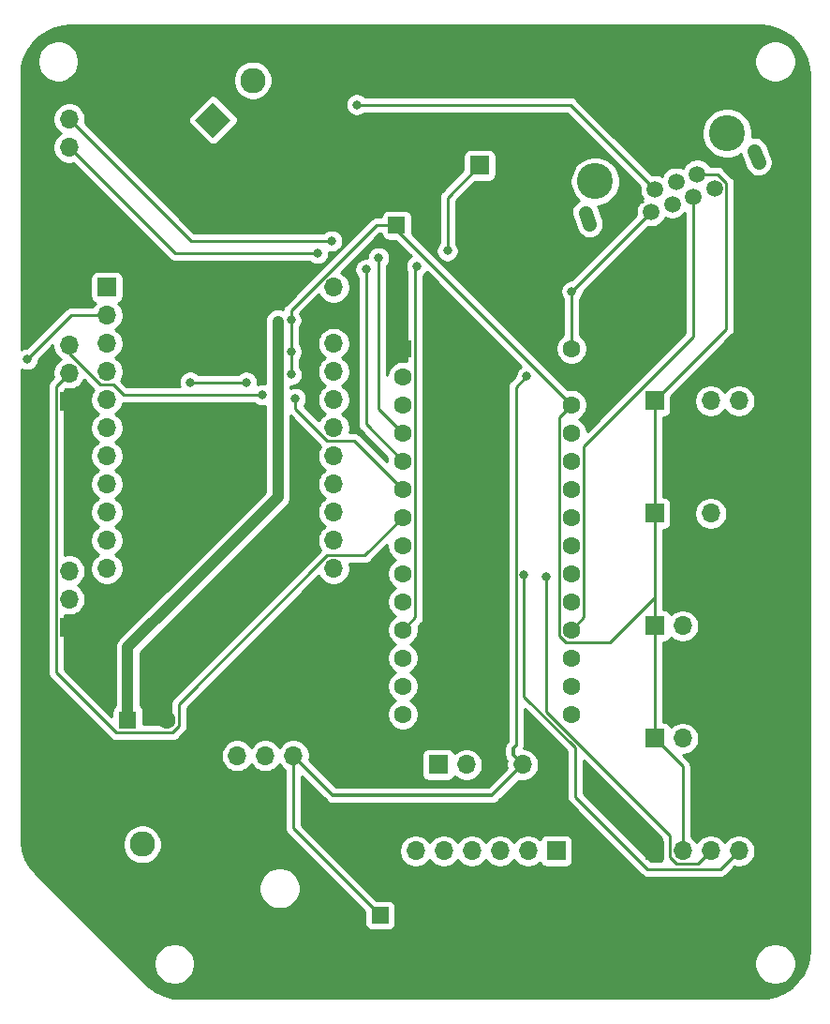
<source format=gbr>
G04 #@! TF.GenerationSoftware,KiCad,Pcbnew,(5.1.5)-3*
G04 #@! TF.CreationDate,2022-03-29T23:54:09-05:00*
G04 #@! TF.ProjectId,ControlBoardT4_22PinSound_PowerAmp,436f6e74-726f-46c4-926f-61726454345f,rev?*
G04 #@! TF.SameCoordinates,Original*
G04 #@! TF.FileFunction,Copper,L1,Top*
G04 #@! TF.FilePolarity,Positive*
%FSLAX46Y46*%
G04 Gerber Fmt 4.6, Leading zero omitted, Abs format (unit mm)*
G04 Created by KiCad (PCBNEW (5.1.5)-3) date 2022-03-29 23:54:09*
%MOMM*%
%LPD*%
G04 APERTURE LIST*
%ADD10R,1.700000X1.700000*%
%ADD11O,1.700000X1.700000*%
%ADD12C,3.250000*%
%ADD13C,1.500000*%
%ADD14C,0.100000*%
%ADD15C,1.259000*%
%ADD16C,2.286000*%
%ADD17R,1.600000X1.600000*%
%ADD18C,1.600000*%
%ADD19R,1.500000X1.500000*%
%ADD20C,0.800000*%
%ADD21C,0.250000*%
%ADD22C,0.300000*%
%ADD23C,1.000000*%
%ADD24C,0.254000*%
G04 APERTURE END LIST*
D10*
X136000000Y-135400000D03*
D11*
X133460000Y-135400000D03*
X130920000Y-135400000D03*
X128380000Y-135400000D03*
D12*
X172661601Y-79202715D03*
X160727505Y-83546371D03*
D13*
X171518043Y-84216184D03*
X169950761Y-82892392D03*
X169610467Y-84910485D03*
X168043185Y-83586692D03*
X167702891Y-85604786D03*
X166135609Y-84280993D03*
X165795315Y-86299087D03*
G04 #@! TA.AperFunction,ComponentPad*
D14*
G36*
X164676287Y-84014009D02*
G01*
X165189318Y-85423548D01*
X163779779Y-85936579D01*
X163266748Y-84527040D01*
X164676287Y-84014009D01*
G37*
G04 #@! TD.AperFunction*
D15*
X175138155Y-80802620D02*
X175515403Y-81839100D01*
X159858753Y-86363868D02*
X160236001Y-87400348D01*
D10*
X116600000Y-93100000D03*
D11*
X137100000Y-93100000D03*
X116600000Y-95640000D03*
X137100000Y-95640000D03*
X116600000Y-98180000D03*
X137100000Y-98180000D03*
X116600000Y-100720000D03*
X137100000Y-100720000D03*
X116600000Y-103260000D03*
X137100000Y-103260000D03*
X116600000Y-105800000D03*
X137100000Y-105800000D03*
X116600000Y-108340000D03*
X137100000Y-108340000D03*
X116600000Y-110880000D03*
X137100000Y-110880000D03*
X116600000Y-113420000D03*
X137100000Y-113420000D03*
X116600000Y-115960000D03*
X137100000Y-115960000D03*
X116600000Y-118500000D03*
X137100000Y-118500000D03*
X173720000Y-144000000D03*
X171180000Y-144000000D03*
X168640000Y-144000000D03*
D10*
X166100000Y-144000000D03*
G04 #@! TA.AperFunction,ComponentPad*
D14*
G36*
X126200000Y-79616446D02*
G01*
X124583554Y-78000000D01*
X126200000Y-76383554D01*
X127816446Y-78000000D01*
X126200000Y-79616446D01*
G37*
G04 #@! TD.AperFunction*
D16*
X129792102Y-74407898D03*
D17*
X118500000Y-132200000D03*
D18*
X122000000Y-132200000D03*
G04 #@! TA.AperFunction,ComponentPad*
D14*
G36*
X116200000Y-148616446D02*
G01*
X114583554Y-147000000D01*
X116200000Y-145383554D01*
X117816446Y-147000000D01*
X116200000Y-148616446D01*
G37*
G04 #@! TD.AperFunction*
D16*
X119792102Y-143407898D03*
D19*
X146100000Y-149800000D03*
D10*
X113200000Y-83000000D03*
D11*
X113200000Y-80460000D03*
X113200000Y-77920000D03*
D10*
X113200000Y-103400000D03*
D11*
X113200000Y-100860000D03*
X113200000Y-98320000D03*
X113200000Y-118720000D03*
X113200000Y-121260000D03*
D10*
X113200000Y-123800000D03*
D20*
X126543575Y-98112850D03*
X127756425Y-98112850D03*
X127756425Y-95687150D03*
X126543575Y-95687150D03*
X128362850Y-96900000D03*
X125937150Y-96900000D03*
X127150000Y-96900000D03*
D19*
X142800000Y-87500000D03*
X141300000Y-149800000D03*
D18*
X143357000Y-131658000D03*
X143357000Y-129118000D03*
X143357000Y-126578000D03*
X143357000Y-124038000D03*
X143357000Y-121498000D03*
X143357000Y-118958000D03*
X143357000Y-116418000D03*
X143357000Y-113878000D03*
X143357000Y-111338000D03*
X143357000Y-108798000D03*
X143357000Y-106258000D03*
X143357000Y-103718000D03*
X143357000Y-101178000D03*
D17*
X143357000Y-98638000D03*
D18*
X158597000Y-131658000D03*
X158597000Y-129118000D03*
X158597000Y-126578000D03*
X158597000Y-124038000D03*
X158597000Y-121498000D03*
X158597000Y-118958000D03*
X158597000Y-116418000D03*
X158597000Y-113878000D03*
X158597000Y-111338000D03*
X158597000Y-108798000D03*
X158597000Y-106258000D03*
X158597000Y-103718000D03*
X158597000Y-101178000D03*
X158597000Y-98638000D03*
D10*
X150300000Y-82100000D03*
D11*
X152840000Y-82100000D03*
D10*
X146554700Y-136212360D03*
D11*
X149094700Y-136212360D03*
X151634700Y-136212360D03*
X154174700Y-136212360D03*
D10*
X166100000Y-103360000D03*
D11*
X168640000Y-103360000D03*
X171180000Y-103360000D03*
X173720000Y-103360000D03*
X171180000Y-113520000D03*
X168640000Y-113520000D03*
D10*
X166100000Y-113520000D03*
D11*
X171180000Y-123680000D03*
X168640000Y-123680000D03*
D10*
X166100000Y-123680000D03*
X166100000Y-133840000D03*
D11*
X168640000Y-133840000D03*
X171180000Y-133840000D03*
D10*
X157210000Y-144000000D03*
D11*
X157210000Y-141460000D03*
X154670000Y-144000000D03*
X154670000Y-141460000D03*
X152130000Y-144000000D03*
X152130000Y-141460000D03*
X149590000Y-144000000D03*
X149590000Y-141460000D03*
X147050000Y-144000000D03*
X147050000Y-141460000D03*
X144510000Y-144000000D03*
X144510000Y-141460000D03*
D20*
X158622201Y-93472201D03*
X154570000Y-101130000D03*
X134493000Y-97075000D03*
X139010000Y-120730000D03*
X133266878Y-100982382D03*
X133258494Y-98923386D03*
X124131502Y-101679602D03*
X129196423Y-101679718D03*
X133245721Y-96066901D03*
X132058980Y-96177000D03*
X123268199Y-120851401D03*
X156290000Y-119240000D03*
X154310000Y-119100000D03*
X139190000Y-76620000D03*
X135650000Y-90030000D03*
X140020000Y-91490000D03*
X141170000Y-90430000D03*
X136930000Y-88920000D03*
X133630000Y-103140000D03*
X130680000Y-102830000D03*
X144610000Y-91210000D03*
X147390000Y-89810000D03*
X109392720Y-99611180D03*
D21*
X158597000Y-93497402D02*
X158622201Y-93472201D01*
X158597000Y-98638000D02*
X158597000Y-93497402D01*
X158622201Y-93472201D02*
X158622201Y-93472201D01*
X158622201Y-93472201D02*
X165795315Y-86299087D01*
X133460000Y-141960000D02*
X141300000Y-149800000D01*
X133460000Y-135400000D02*
X133460000Y-141960000D01*
X154570000Y-101130000D02*
X153584999Y-102115001D01*
X153584999Y-102115001D02*
X153570940Y-134447280D01*
D22*
X153324701Y-134693519D02*
X153324701Y-135362361D01*
X153324701Y-135362361D02*
X154174700Y-136212360D01*
X153570940Y-134447280D02*
X153324701Y-134693519D01*
X133460000Y-135400000D02*
X137038640Y-138978640D01*
X151408420Y-138978640D02*
X154174700Y-136212360D01*
X137038640Y-138978640D02*
X151408420Y-138978640D01*
D21*
X133266878Y-100982382D02*
X133266878Y-98931770D01*
X133266878Y-98931770D02*
X133258494Y-98923386D01*
X129196307Y-101679602D02*
X129196423Y-101679718D01*
X124131502Y-101679602D02*
X129196307Y-101679602D01*
X133258494Y-96079674D02*
X133245721Y-96066901D01*
X133258494Y-98923386D02*
X133258494Y-96079674D01*
X133245721Y-96066901D02*
X133245721Y-95215277D01*
X140960998Y-87500000D02*
X142800000Y-87500000D01*
X133245721Y-95215277D02*
X140960998Y-87500000D01*
X169950761Y-82892392D02*
X171785253Y-82892392D01*
X171785253Y-82892392D02*
X172593044Y-83700183D01*
X142800000Y-87921000D02*
X158597000Y-103718000D01*
X142800000Y-87500000D02*
X142800000Y-87921000D01*
X158056999Y-125163001D02*
X162076999Y-125163001D01*
X157471999Y-124578001D02*
X158056999Y-125163001D01*
X158597000Y-103718000D02*
X157471999Y-104843001D01*
X157471999Y-104843001D02*
X157471999Y-124578001D01*
X162076999Y-125163001D02*
X166100000Y-121140000D01*
X168640000Y-136380000D02*
X166100000Y-133840000D01*
X168640000Y-144000000D02*
X168640000Y-136380000D01*
X166100000Y-133840000D02*
X166100000Y-123680000D01*
X166100000Y-123680000D02*
X166100000Y-113520000D01*
X166100000Y-113520000D02*
X166100000Y-103360000D01*
X172593044Y-96866956D02*
X166100000Y-103360000D01*
X172593044Y-83700183D02*
X172593044Y-96866956D01*
D23*
X132058980Y-96177000D02*
X132077000Y-96177000D01*
X132077000Y-96177000D02*
X132100000Y-96200000D01*
X132058980Y-96177000D02*
X132058980Y-112060620D01*
X132058980Y-112060620D02*
X123268199Y-120851401D01*
X123268199Y-120851401D02*
X118500000Y-125619600D01*
X118500000Y-125619600D02*
X118500000Y-132200000D01*
D21*
X156290000Y-131395002D02*
X156290000Y-119240000D01*
X170004999Y-145175001D02*
X171180000Y-144000000D01*
X168075999Y-145175001D02*
X170004999Y-145175001D01*
X156290000Y-131395002D02*
X167464999Y-142570001D01*
X167464999Y-144564001D02*
X168075999Y-145175001D01*
X167464999Y-142570001D02*
X167464999Y-144564001D01*
X154310000Y-119100000D02*
X154310000Y-130051412D01*
X158930009Y-139115011D02*
X158930009Y-134671421D01*
X158930009Y-134671421D02*
X154310000Y-130051412D01*
X165440008Y-145625010D02*
X158930009Y-139115011D01*
X173720000Y-144000000D02*
X172094990Y-145625010D01*
X172094990Y-145625010D02*
X165440008Y-145625010D01*
X159722001Y-107452997D02*
X159722001Y-122912999D01*
X169610467Y-97564531D02*
X159722001Y-107452997D01*
X159722001Y-122912999D02*
X158597000Y-124038000D01*
X169610467Y-84910485D02*
X169610467Y-97564531D01*
X158474616Y-76620000D02*
X166135609Y-84280993D01*
X139190000Y-76620000D02*
X158474616Y-76620000D01*
X113200000Y-80460000D02*
X122770000Y-90030000D01*
X122770000Y-90030000D02*
X135650000Y-90030000D01*
X140020000Y-105461000D02*
X143357000Y-108798000D01*
X140020000Y-91490000D02*
X140020000Y-105461000D01*
X143357000Y-106258000D02*
X141170000Y-104071000D01*
X141170000Y-104071000D02*
X141170000Y-90430000D01*
X124200000Y-88920000D02*
X113200000Y-77920000D01*
X136930000Y-88920000D02*
X124200000Y-88920000D01*
X112024999Y-102035001D02*
X113200000Y-100860000D01*
X112024999Y-127910001D02*
X112024999Y-102035001D01*
X122540001Y-133325001D02*
X117439999Y-133325001D01*
X139910001Y-117324999D02*
X136535999Y-117324999D01*
X143357000Y-113878000D02*
X139910001Y-117324999D01*
X136535999Y-117324999D02*
X123125001Y-130735997D01*
X123125001Y-130735997D02*
X123125001Y-132740001D01*
X117439999Y-133325001D02*
X112024999Y-127910001D01*
X123125001Y-132740001D02*
X122540001Y-133325001D01*
X133630000Y-104069002D02*
X133630000Y-103140000D01*
X143357000Y-111338000D02*
X138994001Y-106975001D01*
X136535999Y-106975001D02*
X133630000Y-104069002D01*
X138994001Y-106975001D02*
X136535999Y-106975001D01*
X116035999Y-101895001D02*
X113200000Y-99059002D01*
X117164001Y-101895001D02*
X116035999Y-101895001D01*
X113200000Y-99059002D02*
X113200000Y-98320000D01*
X130680000Y-102830000D02*
X118099000Y-102830000D01*
X118099000Y-102830000D02*
X117164001Y-101895001D01*
X144482001Y-91337999D02*
X144610000Y-91210000D01*
X143357000Y-124038000D02*
X144482001Y-122912999D01*
X144482001Y-122912999D02*
X144482001Y-91337999D01*
X147390000Y-85010000D02*
X150300000Y-82100000D01*
X147390000Y-89810000D02*
X147390000Y-85010000D01*
X116600000Y-95640000D02*
X113363900Y-95640000D01*
X113363900Y-95640000D02*
X109392720Y-99611180D01*
D24*
G36*
X176456249Y-69566437D02*
G01*
X177213774Y-69773672D01*
X177922625Y-70111777D01*
X178560404Y-70570067D01*
X179106946Y-71134055D01*
X179544977Y-71785913D01*
X179860651Y-72505038D01*
X180045206Y-73273768D01*
X180094001Y-73938221D01*
X180094000Y-152846078D01*
X180021486Y-153657675D01*
X179814175Y-154415185D01*
X179476001Y-155124002D01*
X179017650Y-155761731D01*
X178453607Y-156308220D01*
X177801710Y-156746184D01*
X177082546Y-157061790D01*
X176313798Y-157246270D01*
X175649335Y-157295000D01*
X123312892Y-157295000D01*
X122501251Y-157222563D01*
X121743726Y-157015328D01*
X121034873Y-156677221D01*
X120382977Y-156208787D01*
X120149539Y-155991862D01*
X118172021Y-154014344D01*
X120815000Y-154014344D01*
X120815000Y-154385656D01*
X120887439Y-154749834D01*
X121029534Y-155092882D01*
X121235825Y-155401618D01*
X121498382Y-155664175D01*
X121807118Y-155870466D01*
X122150166Y-156012561D01*
X122514344Y-156085000D01*
X122885656Y-156085000D01*
X123249834Y-156012561D01*
X123592882Y-155870466D01*
X123901618Y-155664175D01*
X124164175Y-155401618D01*
X124370466Y-155092882D01*
X124512561Y-154749834D01*
X124585000Y-154385656D01*
X124585000Y-154014344D01*
X175115000Y-154014344D01*
X175115000Y-154385656D01*
X175187439Y-154749834D01*
X175329534Y-155092882D01*
X175535825Y-155401618D01*
X175798382Y-155664175D01*
X176107118Y-155870466D01*
X176450166Y-156012561D01*
X176814344Y-156085000D01*
X177185656Y-156085000D01*
X177549834Y-156012561D01*
X177892882Y-155870466D01*
X178201618Y-155664175D01*
X178464175Y-155401618D01*
X178670466Y-155092882D01*
X178812561Y-154749834D01*
X178885000Y-154385656D01*
X178885000Y-154014344D01*
X178812561Y-153650166D01*
X178670466Y-153307118D01*
X178464175Y-152998382D01*
X178201618Y-152735825D01*
X177892882Y-152529534D01*
X177549834Y-152387439D01*
X177185656Y-152315000D01*
X176814344Y-152315000D01*
X176450166Y-152387439D01*
X176107118Y-152529534D01*
X175798382Y-152735825D01*
X175535825Y-152998382D01*
X175329534Y-153307118D01*
X175187439Y-153650166D01*
X175115000Y-154014344D01*
X124585000Y-154014344D01*
X124512561Y-153650166D01*
X124370466Y-153307118D01*
X124164175Y-152998382D01*
X123901618Y-152735825D01*
X123592882Y-152529534D01*
X123249834Y-152387439D01*
X122885656Y-152315000D01*
X122514344Y-152315000D01*
X122150166Y-152387439D01*
X121807118Y-152529534D01*
X121498382Y-152735825D01*
X121235825Y-152998382D01*
X121029534Y-153307118D01*
X120887439Y-153650166D01*
X120815000Y-154014344D01*
X118172021Y-154014344D01*
X111331021Y-147173344D01*
X130343100Y-147173344D01*
X130343100Y-147544656D01*
X130415539Y-147908834D01*
X130557634Y-148251882D01*
X130763925Y-148560618D01*
X131026482Y-148823175D01*
X131335218Y-149029466D01*
X131678266Y-149171561D01*
X132042444Y-149244000D01*
X132413756Y-149244000D01*
X132777934Y-149171561D01*
X133120982Y-149029466D01*
X133429718Y-148823175D01*
X133692275Y-148560618D01*
X133898566Y-148251882D01*
X134040661Y-147908834D01*
X134113100Y-147544656D01*
X134113100Y-147173344D01*
X134040661Y-146809166D01*
X133898566Y-146466118D01*
X133692275Y-146157382D01*
X133429718Y-145894825D01*
X133120982Y-145688534D01*
X132777934Y-145546439D01*
X132413756Y-145474000D01*
X132042444Y-145474000D01*
X131678266Y-145546439D01*
X131335218Y-145688534D01*
X131026482Y-145894825D01*
X130763925Y-146157382D01*
X130557634Y-146466118D01*
X130415539Y-146809166D01*
X130343100Y-147173344D01*
X111331021Y-147173344D01*
X110178879Y-146021203D01*
X109656176Y-145396057D01*
X109267061Y-144713866D01*
X109004905Y-143973561D01*
X108883597Y-143232780D01*
X118014102Y-143232780D01*
X118014102Y-143583016D01*
X118082430Y-143926521D01*
X118216459Y-144250097D01*
X118411039Y-144541307D01*
X118658693Y-144788961D01*
X118949903Y-144983541D01*
X119273479Y-145117570D01*
X119616984Y-145185898D01*
X119967220Y-145185898D01*
X120310725Y-145117570D01*
X120634301Y-144983541D01*
X120925511Y-144788961D01*
X121173165Y-144541307D01*
X121367745Y-144250097D01*
X121501774Y-143926521D01*
X121570102Y-143583016D01*
X121570102Y-143232780D01*
X121501774Y-142889275D01*
X121367745Y-142565699D01*
X121173165Y-142274489D01*
X120925511Y-142026835D01*
X120634301Y-141832255D01*
X120310725Y-141698226D01*
X119967220Y-141629898D01*
X119616984Y-141629898D01*
X119273479Y-141698226D01*
X118949903Y-141832255D01*
X118658693Y-142026835D01*
X118411039Y-142274489D01*
X118216459Y-142565699D01*
X118082430Y-142889275D01*
X118014102Y-143232780D01*
X108883597Y-143232780D01*
X108875178Y-143181369D01*
X108863499Y-142862876D01*
X108863807Y-100502555D01*
X108902464Y-100528385D01*
X109090822Y-100606406D01*
X109290781Y-100646180D01*
X109494659Y-100646180D01*
X109694618Y-100606406D01*
X109882976Y-100528385D01*
X110052494Y-100415117D01*
X110196657Y-100270954D01*
X110309925Y-100101436D01*
X110387946Y-99913078D01*
X110427720Y-99713119D01*
X110427720Y-99650981D01*
X111715000Y-98363701D01*
X111715000Y-98466260D01*
X111772068Y-98753158D01*
X111884010Y-99023411D01*
X112046525Y-99266632D01*
X112253368Y-99473475D01*
X112427760Y-99590000D01*
X112253368Y-99706525D01*
X112046525Y-99913368D01*
X111884010Y-100156589D01*
X111772068Y-100426842D01*
X111715000Y-100713740D01*
X111715000Y-101006260D01*
X111758791Y-101226408D01*
X111513997Y-101471202D01*
X111484999Y-101495000D01*
X111461201Y-101523998D01*
X111461200Y-101523999D01*
X111390025Y-101610725D01*
X111319453Y-101742755D01*
X111289179Y-101842559D01*
X111275997Y-101886015D01*
X111267543Y-101971848D01*
X111261323Y-102035001D01*
X111265000Y-102072334D01*
X111264999Y-127872679D01*
X111261323Y-127910001D01*
X111264999Y-127947323D01*
X111264999Y-127947333D01*
X111275996Y-128058986D01*
X111319453Y-128202247D01*
X111390025Y-128334277D01*
X111429870Y-128382827D01*
X111484998Y-128450002D01*
X111514002Y-128473805D01*
X116876204Y-133836009D01*
X116899998Y-133865002D01*
X116928991Y-133888796D01*
X116928995Y-133888800D01*
X116999684Y-133946812D01*
X117015723Y-133959975D01*
X117147752Y-134030547D01*
X117291013Y-134074004D01*
X117402666Y-134085001D01*
X117402675Y-134085001D01*
X117439998Y-134088677D01*
X117477321Y-134085001D01*
X122502679Y-134085001D01*
X122540001Y-134088677D01*
X122577323Y-134085001D01*
X122577334Y-134085001D01*
X122688987Y-134074004D01*
X122832248Y-134030547D01*
X122964277Y-133959975D01*
X123080002Y-133865002D01*
X123103804Y-133835999D01*
X123636003Y-133303801D01*
X123665002Y-133280002D01*
X123694400Y-133244180D01*
X123759975Y-133164278D01*
X123830547Y-133032248D01*
X123840329Y-133000000D01*
X123874004Y-132888987D01*
X123885001Y-132777334D01*
X123885001Y-132777324D01*
X123888677Y-132740001D01*
X123885001Y-132702678D01*
X123885001Y-131050798D01*
X135768891Y-119166909D01*
X135784010Y-119203411D01*
X135946525Y-119446632D01*
X136153368Y-119653475D01*
X136396589Y-119815990D01*
X136666842Y-119927932D01*
X136953740Y-119985000D01*
X137246260Y-119985000D01*
X137533158Y-119927932D01*
X137803411Y-119815990D01*
X138046632Y-119653475D01*
X138253475Y-119446632D01*
X138415990Y-119203411D01*
X138527932Y-118933158D01*
X138585000Y-118646260D01*
X138585000Y-118353740D01*
X138531544Y-118084999D01*
X139872679Y-118084999D01*
X139910001Y-118088675D01*
X139947323Y-118084999D01*
X139947334Y-118084999D01*
X140058987Y-118074002D01*
X140202248Y-118030545D01*
X140334277Y-117959973D01*
X140450002Y-117865000D01*
X140473805Y-117835996D01*
X141922000Y-116387801D01*
X141922000Y-116559335D01*
X141977147Y-116836574D01*
X142085320Y-117097727D01*
X142242363Y-117332759D01*
X142442241Y-117532637D01*
X142674759Y-117688000D01*
X142442241Y-117843363D01*
X142242363Y-118043241D01*
X142085320Y-118278273D01*
X141977147Y-118539426D01*
X141922000Y-118816665D01*
X141922000Y-119099335D01*
X141977147Y-119376574D01*
X142085320Y-119637727D01*
X142242363Y-119872759D01*
X142442241Y-120072637D01*
X142674759Y-120228000D01*
X142442241Y-120383363D01*
X142242363Y-120583241D01*
X142085320Y-120818273D01*
X141977147Y-121079426D01*
X141922000Y-121356665D01*
X141922000Y-121639335D01*
X141977147Y-121916574D01*
X142085320Y-122177727D01*
X142242363Y-122412759D01*
X142442241Y-122612637D01*
X142674759Y-122768000D01*
X142442241Y-122923363D01*
X142242363Y-123123241D01*
X142085320Y-123358273D01*
X141977147Y-123619426D01*
X141922000Y-123896665D01*
X141922000Y-124179335D01*
X141977147Y-124456574D01*
X142085320Y-124717727D01*
X142242363Y-124952759D01*
X142442241Y-125152637D01*
X142674759Y-125308000D01*
X142442241Y-125463363D01*
X142242363Y-125663241D01*
X142085320Y-125898273D01*
X141977147Y-126159426D01*
X141922000Y-126436665D01*
X141922000Y-126719335D01*
X141977147Y-126996574D01*
X142085320Y-127257727D01*
X142242363Y-127492759D01*
X142442241Y-127692637D01*
X142674759Y-127848000D01*
X142442241Y-128003363D01*
X142242363Y-128203241D01*
X142085320Y-128438273D01*
X141977147Y-128699426D01*
X141922000Y-128976665D01*
X141922000Y-129259335D01*
X141977147Y-129536574D01*
X142085320Y-129797727D01*
X142242363Y-130032759D01*
X142442241Y-130232637D01*
X142674759Y-130388000D01*
X142442241Y-130543363D01*
X142242363Y-130743241D01*
X142085320Y-130978273D01*
X141977147Y-131239426D01*
X141922000Y-131516665D01*
X141922000Y-131799335D01*
X141977147Y-132076574D01*
X142085320Y-132337727D01*
X142242363Y-132572759D01*
X142442241Y-132772637D01*
X142677273Y-132929680D01*
X142938426Y-133037853D01*
X143215665Y-133093000D01*
X143498335Y-133093000D01*
X143775574Y-133037853D01*
X144036727Y-132929680D01*
X144271759Y-132772637D01*
X144471637Y-132572759D01*
X144628680Y-132337727D01*
X144736853Y-132076574D01*
X144792000Y-131799335D01*
X144792000Y-131516665D01*
X144736853Y-131239426D01*
X144628680Y-130978273D01*
X144471637Y-130743241D01*
X144271759Y-130543363D01*
X144039241Y-130388000D01*
X144271759Y-130232637D01*
X144471637Y-130032759D01*
X144628680Y-129797727D01*
X144736853Y-129536574D01*
X144792000Y-129259335D01*
X144792000Y-128976665D01*
X144736853Y-128699426D01*
X144628680Y-128438273D01*
X144471637Y-128203241D01*
X144271759Y-128003363D01*
X144039241Y-127848000D01*
X144271759Y-127692637D01*
X144471637Y-127492759D01*
X144628680Y-127257727D01*
X144736853Y-126996574D01*
X144792000Y-126719335D01*
X144792000Y-126436665D01*
X144736853Y-126159426D01*
X144628680Y-125898273D01*
X144471637Y-125663241D01*
X144271759Y-125463363D01*
X144039241Y-125308000D01*
X144271759Y-125152637D01*
X144471637Y-124952759D01*
X144628680Y-124717727D01*
X144736853Y-124456574D01*
X144792000Y-124179335D01*
X144792000Y-123896665D01*
X144755688Y-123714114D01*
X144993005Y-123476797D01*
X145022002Y-123453000D01*
X145116975Y-123337275D01*
X145187547Y-123205246D01*
X145231004Y-123061985D01*
X145242001Y-122950332D01*
X145242001Y-122950324D01*
X145245677Y-122912999D01*
X145242001Y-122875674D01*
X145242001Y-92032494D01*
X145269774Y-92013937D01*
X145413937Y-91869774D01*
X145518093Y-91713894D01*
X154042128Y-100237929D01*
X153910226Y-100326063D01*
X153766063Y-100470226D01*
X153652795Y-100639744D01*
X153574774Y-100828102D01*
X153535000Y-101028061D01*
X153535000Y-101090199D01*
X153074113Y-101551086D01*
X153045233Y-101574766D01*
X153021316Y-101603883D01*
X153021200Y-101603999D01*
X152997543Y-101632825D01*
X152950210Y-101690449D01*
X152950132Y-101690594D01*
X152950025Y-101690725D01*
X152914234Y-101757685D01*
X152879581Y-101822448D01*
X152879533Y-101822604D01*
X152879453Y-101822755D01*
X152857824Y-101894058D01*
X152836061Y-101965690D01*
X152836044Y-101965861D01*
X152835997Y-101966016D01*
X152828789Y-102039198D01*
X152825016Y-102077338D01*
X152825016Y-102077507D01*
X152821323Y-102115001D01*
X152824983Y-102152166D01*
X152811092Y-134096971D01*
X152796892Y-134111171D01*
X152766937Y-134135755D01*
X152668839Y-134255287D01*
X152595947Y-134391660D01*
X152551060Y-134539633D01*
X152539701Y-134654959D01*
X152539701Y-134654966D01*
X152535904Y-134693519D01*
X152539701Y-134732072D01*
X152539701Y-135323808D01*
X152535904Y-135362361D01*
X152539701Y-135400914D01*
X152539701Y-135400922D01*
X152543424Y-135438718D01*
X152551060Y-135516247D01*
X152595947Y-135664220D01*
X152629878Y-135727701D01*
X152668840Y-135800594D01*
X152695565Y-135833158D01*
X152728140Y-135872851D01*
X152689700Y-136066100D01*
X152689700Y-136358620D01*
X152727625Y-136549278D01*
X151083263Y-138193640D01*
X137363798Y-138193640D01*
X134907075Y-135736918D01*
X134945000Y-135546260D01*
X134945000Y-135362360D01*
X145066628Y-135362360D01*
X145066628Y-137062360D01*
X145078888Y-137186842D01*
X145115198Y-137306540D01*
X145174163Y-137416854D01*
X145253515Y-137513545D01*
X145350206Y-137592897D01*
X145460520Y-137651862D01*
X145580218Y-137688172D01*
X145704700Y-137700432D01*
X147404700Y-137700432D01*
X147529182Y-137688172D01*
X147648880Y-137651862D01*
X147759194Y-137592897D01*
X147855885Y-137513545D01*
X147935237Y-137416854D01*
X147994202Y-137306540D01*
X148016213Y-137233980D01*
X148148068Y-137365835D01*
X148391289Y-137528350D01*
X148661542Y-137640292D01*
X148948440Y-137697360D01*
X149240960Y-137697360D01*
X149527858Y-137640292D01*
X149798111Y-137528350D01*
X150041332Y-137365835D01*
X150248175Y-137158992D01*
X150410690Y-136915771D01*
X150522632Y-136645518D01*
X150579700Y-136358620D01*
X150579700Y-136066100D01*
X150522632Y-135779202D01*
X150410690Y-135508949D01*
X150248175Y-135265728D01*
X150041332Y-135058885D01*
X149798111Y-134896370D01*
X149527858Y-134784428D01*
X149240960Y-134727360D01*
X148948440Y-134727360D01*
X148661542Y-134784428D01*
X148391289Y-134896370D01*
X148148068Y-135058885D01*
X148016213Y-135190740D01*
X147994202Y-135118180D01*
X147935237Y-135007866D01*
X147855885Y-134911175D01*
X147759194Y-134831823D01*
X147648880Y-134772858D01*
X147529182Y-134736548D01*
X147404700Y-134724288D01*
X145704700Y-134724288D01*
X145580218Y-134736548D01*
X145460520Y-134772858D01*
X145350206Y-134831823D01*
X145253515Y-134911175D01*
X145174163Y-135007866D01*
X145115198Y-135118180D01*
X145078888Y-135237878D01*
X145066628Y-135362360D01*
X134945000Y-135362360D01*
X134945000Y-135253740D01*
X134887932Y-134966842D01*
X134775990Y-134696589D01*
X134613475Y-134453368D01*
X134406632Y-134246525D01*
X134163411Y-134084010D01*
X133893158Y-133972068D01*
X133606260Y-133915000D01*
X133313740Y-133915000D01*
X133026842Y-133972068D01*
X132756589Y-134084010D01*
X132513368Y-134246525D01*
X132306525Y-134453368D01*
X132190000Y-134627760D01*
X132073475Y-134453368D01*
X131866632Y-134246525D01*
X131623411Y-134084010D01*
X131353158Y-133972068D01*
X131066260Y-133915000D01*
X130773740Y-133915000D01*
X130486842Y-133972068D01*
X130216589Y-134084010D01*
X129973368Y-134246525D01*
X129766525Y-134453368D01*
X129650000Y-134627760D01*
X129533475Y-134453368D01*
X129326632Y-134246525D01*
X129083411Y-134084010D01*
X128813158Y-133972068D01*
X128526260Y-133915000D01*
X128233740Y-133915000D01*
X127946842Y-133972068D01*
X127676589Y-134084010D01*
X127433368Y-134246525D01*
X127226525Y-134453368D01*
X127064010Y-134696589D01*
X126952068Y-134966842D01*
X126895000Y-135253740D01*
X126895000Y-135546260D01*
X126952068Y-135833158D01*
X127064010Y-136103411D01*
X127226525Y-136346632D01*
X127433368Y-136553475D01*
X127676589Y-136715990D01*
X127946842Y-136827932D01*
X128233740Y-136885000D01*
X128526260Y-136885000D01*
X128813158Y-136827932D01*
X129083411Y-136715990D01*
X129326632Y-136553475D01*
X129533475Y-136346632D01*
X129650000Y-136172240D01*
X129766525Y-136346632D01*
X129973368Y-136553475D01*
X130216589Y-136715990D01*
X130486842Y-136827932D01*
X130773740Y-136885000D01*
X131066260Y-136885000D01*
X131353158Y-136827932D01*
X131623411Y-136715990D01*
X131866632Y-136553475D01*
X132073475Y-136346632D01*
X132190000Y-136172240D01*
X132306525Y-136346632D01*
X132513368Y-136553475D01*
X132700000Y-136678179D01*
X132700001Y-141922668D01*
X132696324Y-141960000D01*
X132700001Y-141997333D01*
X132710998Y-142108986D01*
X132722143Y-142145726D01*
X132754454Y-142252246D01*
X132825026Y-142384276D01*
X132896201Y-142471002D01*
X132920000Y-142500001D01*
X132948998Y-142523799D01*
X139911928Y-149486730D01*
X139911928Y-150550000D01*
X139924188Y-150674482D01*
X139960498Y-150794180D01*
X140019463Y-150904494D01*
X140098815Y-151001185D01*
X140195506Y-151080537D01*
X140305820Y-151139502D01*
X140425518Y-151175812D01*
X140550000Y-151188072D01*
X142050000Y-151188072D01*
X142174482Y-151175812D01*
X142294180Y-151139502D01*
X142404494Y-151080537D01*
X142501185Y-151001185D01*
X142580537Y-150904494D01*
X142639502Y-150794180D01*
X142675812Y-150674482D01*
X142688072Y-150550000D01*
X142688072Y-149050000D01*
X142675812Y-148925518D01*
X142639502Y-148805820D01*
X142580537Y-148695506D01*
X142501185Y-148598815D01*
X142404494Y-148519463D01*
X142294180Y-148460498D01*
X142174482Y-148424188D01*
X142050000Y-148411928D01*
X140986730Y-148411928D01*
X136428542Y-143853740D01*
X143025000Y-143853740D01*
X143025000Y-144146260D01*
X143082068Y-144433158D01*
X143194010Y-144703411D01*
X143356525Y-144946632D01*
X143563368Y-145153475D01*
X143806589Y-145315990D01*
X144076842Y-145427932D01*
X144363740Y-145485000D01*
X144656260Y-145485000D01*
X144943158Y-145427932D01*
X145213411Y-145315990D01*
X145456632Y-145153475D01*
X145663475Y-144946632D01*
X145780000Y-144772240D01*
X145896525Y-144946632D01*
X146103368Y-145153475D01*
X146346589Y-145315990D01*
X146616842Y-145427932D01*
X146903740Y-145485000D01*
X147196260Y-145485000D01*
X147483158Y-145427932D01*
X147753411Y-145315990D01*
X147996632Y-145153475D01*
X148203475Y-144946632D01*
X148320000Y-144772240D01*
X148436525Y-144946632D01*
X148643368Y-145153475D01*
X148886589Y-145315990D01*
X149156842Y-145427932D01*
X149443740Y-145485000D01*
X149736260Y-145485000D01*
X150023158Y-145427932D01*
X150293411Y-145315990D01*
X150536632Y-145153475D01*
X150743475Y-144946632D01*
X150860000Y-144772240D01*
X150976525Y-144946632D01*
X151183368Y-145153475D01*
X151426589Y-145315990D01*
X151696842Y-145427932D01*
X151983740Y-145485000D01*
X152276260Y-145485000D01*
X152563158Y-145427932D01*
X152833411Y-145315990D01*
X153076632Y-145153475D01*
X153283475Y-144946632D01*
X153400000Y-144772240D01*
X153516525Y-144946632D01*
X153723368Y-145153475D01*
X153966589Y-145315990D01*
X154236842Y-145427932D01*
X154523740Y-145485000D01*
X154816260Y-145485000D01*
X155103158Y-145427932D01*
X155373411Y-145315990D01*
X155616632Y-145153475D01*
X155748487Y-145021620D01*
X155770498Y-145094180D01*
X155829463Y-145204494D01*
X155908815Y-145301185D01*
X156005506Y-145380537D01*
X156115820Y-145439502D01*
X156235518Y-145475812D01*
X156360000Y-145488072D01*
X158060000Y-145488072D01*
X158184482Y-145475812D01*
X158304180Y-145439502D01*
X158414494Y-145380537D01*
X158511185Y-145301185D01*
X158590537Y-145204494D01*
X158649502Y-145094180D01*
X158685812Y-144974482D01*
X158698072Y-144850000D01*
X158698072Y-143150000D01*
X158685812Y-143025518D01*
X158649502Y-142905820D01*
X158590537Y-142795506D01*
X158511185Y-142698815D01*
X158414494Y-142619463D01*
X158304180Y-142560498D01*
X158184482Y-142524188D01*
X158060000Y-142511928D01*
X156360000Y-142511928D01*
X156235518Y-142524188D01*
X156115820Y-142560498D01*
X156005506Y-142619463D01*
X155908815Y-142698815D01*
X155829463Y-142795506D01*
X155770498Y-142905820D01*
X155748487Y-142978380D01*
X155616632Y-142846525D01*
X155373411Y-142684010D01*
X155103158Y-142572068D01*
X154816260Y-142515000D01*
X154523740Y-142515000D01*
X154236842Y-142572068D01*
X153966589Y-142684010D01*
X153723368Y-142846525D01*
X153516525Y-143053368D01*
X153400000Y-143227760D01*
X153283475Y-143053368D01*
X153076632Y-142846525D01*
X152833411Y-142684010D01*
X152563158Y-142572068D01*
X152276260Y-142515000D01*
X151983740Y-142515000D01*
X151696842Y-142572068D01*
X151426589Y-142684010D01*
X151183368Y-142846525D01*
X150976525Y-143053368D01*
X150860000Y-143227760D01*
X150743475Y-143053368D01*
X150536632Y-142846525D01*
X150293411Y-142684010D01*
X150023158Y-142572068D01*
X149736260Y-142515000D01*
X149443740Y-142515000D01*
X149156842Y-142572068D01*
X148886589Y-142684010D01*
X148643368Y-142846525D01*
X148436525Y-143053368D01*
X148320000Y-143227760D01*
X148203475Y-143053368D01*
X147996632Y-142846525D01*
X147753411Y-142684010D01*
X147483158Y-142572068D01*
X147196260Y-142515000D01*
X146903740Y-142515000D01*
X146616842Y-142572068D01*
X146346589Y-142684010D01*
X146103368Y-142846525D01*
X145896525Y-143053368D01*
X145780000Y-143227760D01*
X145663475Y-143053368D01*
X145456632Y-142846525D01*
X145213411Y-142684010D01*
X144943158Y-142572068D01*
X144656260Y-142515000D01*
X144363740Y-142515000D01*
X144076842Y-142572068D01*
X143806589Y-142684010D01*
X143563368Y-142846525D01*
X143356525Y-143053368D01*
X143194010Y-143296589D01*
X143082068Y-143566842D01*
X143025000Y-143853740D01*
X136428542Y-143853740D01*
X134220000Y-141645199D01*
X134220000Y-137270157D01*
X136456298Y-139506456D01*
X136480876Y-139536404D01*
X136510824Y-139560982D01*
X136510827Y-139560985D01*
X136540199Y-139585090D01*
X136600407Y-139634502D01*
X136736780Y-139707394D01*
X136850312Y-139741834D01*
X136884752Y-139752281D01*
X136899130Y-139753697D01*
X137000079Y-139763640D01*
X137000086Y-139763640D01*
X137038639Y-139767437D01*
X137077192Y-139763640D01*
X151369867Y-139763640D01*
X151408420Y-139767437D01*
X151446973Y-139763640D01*
X151446981Y-139763640D01*
X151562307Y-139752281D01*
X151710280Y-139707394D01*
X151846653Y-139634502D01*
X151966184Y-139536404D01*
X151990767Y-139506450D01*
X153837782Y-137659435D01*
X154028440Y-137697360D01*
X154320960Y-137697360D01*
X154607858Y-137640292D01*
X154878111Y-137528350D01*
X155121332Y-137365835D01*
X155328175Y-137158992D01*
X155490690Y-136915771D01*
X155602632Y-136645518D01*
X155659700Y-136358620D01*
X155659700Y-136066100D01*
X155602632Y-135779202D01*
X155490690Y-135508949D01*
X155328175Y-135265728D01*
X155121332Y-135058885D01*
X154878111Y-134896370D01*
X154607858Y-134784428D01*
X154320960Y-134727360D01*
X154306301Y-134727360D01*
X154344582Y-134601167D01*
X154359737Y-134447280D01*
X154344582Y-134293393D01*
X154331026Y-134248705D01*
X154332374Y-131148587D01*
X158170010Y-134986225D01*
X158170009Y-139077688D01*
X158166333Y-139115011D01*
X158170009Y-139152333D01*
X158170009Y-139152343D01*
X158181006Y-139263996D01*
X158224463Y-139407257D01*
X158295035Y-139539287D01*
X158334880Y-139587837D01*
X158390008Y-139655012D01*
X158419012Y-139678815D01*
X164876209Y-146136013D01*
X164900007Y-146165011D01*
X164929005Y-146188809D01*
X165015731Y-146259984D01*
X165127558Y-146319757D01*
X165147761Y-146330556D01*
X165291022Y-146374013D01*
X165402675Y-146385010D01*
X165402685Y-146385010D01*
X165440008Y-146388686D01*
X165477331Y-146385010D01*
X172057668Y-146385010D01*
X172094990Y-146388686D01*
X172132312Y-146385010D01*
X172132323Y-146385010D01*
X172243976Y-146374013D01*
X172387237Y-146330556D01*
X172519266Y-146259984D01*
X172634991Y-146165011D01*
X172658794Y-146136007D01*
X173353592Y-145441209D01*
X173573740Y-145485000D01*
X173866260Y-145485000D01*
X174153158Y-145427932D01*
X174423411Y-145315990D01*
X174666632Y-145153475D01*
X174873475Y-144946632D01*
X175035990Y-144703411D01*
X175147932Y-144433158D01*
X175205000Y-144146260D01*
X175205000Y-143853740D01*
X175147932Y-143566842D01*
X175035990Y-143296589D01*
X174873475Y-143053368D01*
X174666632Y-142846525D01*
X174423411Y-142684010D01*
X174153158Y-142572068D01*
X173866260Y-142515000D01*
X173573740Y-142515000D01*
X173286842Y-142572068D01*
X173016589Y-142684010D01*
X172773368Y-142846525D01*
X172566525Y-143053368D01*
X172450000Y-143227760D01*
X172333475Y-143053368D01*
X172126632Y-142846525D01*
X171883411Y-142684010D01*
X171613158Y-142572068D01*
X171326260Y-142515000D01*
X171033740Y-142515000D01*
X170746842Y-142572068D01*
X170476589Y-142684010D01*
X170233368Y-142846525D01*
X170026525Y-143053368D01*
X169910000Y-143227760D01*
X169793475Y-143053368D01*
X169586632Y-142846525D01*
X169400000Y-142721822D01*
X169400000Y-136417322D01*
X169403676Y-136379999D01*
X169400000Y-136342676D01*
X169400000Y-136342667D01*
X169389003Y-136231014D01*
X169345546Y-136087753D01*
X169274974Y-135955724D01*
X169245759Y-135920125D01*
X169203799Y-135868996D01*
X169203795Y-135868992D01*
X169180001Y-135839999D01*
X169151008Y-135816205D01*
X168659803Y-135325000D01*
X168786260Y-135325000D01*
X169073158Y-135267932D01*
X169343411Y-135155990D01*
X169586632Y-134993475D01*
X169793475Y-134786632D01*
X169955990Y-134543411D01*
X170067932Y-134273158D01*
X170125000Y-133986260D01*
X170125000Y-133693740D01*
X170067932Y-133406842D01*
X169955990Y-133136589D01*
X169793475Y-132893368D01*
X169586632Y-132686525D01*
X169343411Y-132524010D01*
X169073158Y-132412068D01*
X168786260Y-132355000D01*
X168493740Y-132355000D01*
X168206842Y-132412068D01*
X167936589Y-132524010D01*
X167693368Y-132686525D01*
X167561513Y-132818380D01*
X167539502Y-132745820D01*
X167480537Y-132635506D01*
X167401185Y-132538815D01*
X167304494Y-132459463D01*
X167194180Y-132400498D01*
X167074482Y-132364188D01*
X166950000Y-132351928D01*
X166860000Y-132351928D01*
X166860000Y-125168072D01*
X166950000Y-125168072D01*
X167074482Y-125155812D01*
X167194180Y-125119502D01*
X167304494Y-125060537D01*
X167401185Y-124981185D01*
X167480537Y-124884494D01*
X167539502Y-124774180D01*
X167561513Y-124701620D01*
X167693368Y-124833475D01*
X167936589Y-124995990D01*
X168206842Y-125107932D01*
X168493740Y-125165000D01*
X168786260Y-125165000D01*
X169073158Y-125107932D01*
X169343411Y-124995990D01*
X169586632Y-124833475D01*
X169793475Y-124626632D01*
X169955990Y-124383411D01*
X170067932Y-124113158D01*
X170125000Y-123826260D01*
X170125000Y-123533740D01*
X170067932Y-123246842D01*
X169955990Y-122976589D01*
X169793475Y-122733368D01*
X169586632Y-122526525D01*
X169343411Y-122364010D01*
X169073158Y-122252068D01*
X168786260Y-122195000D01*
X168493740Y-122195000D01*
X168206842Y-122252068D01*
X167936589Y-122364010D01*
X167693368Y-122526525D01*
X167561513Y-122658380D01*
X167539502Y-122585820D01*
X167480537Y-122475506D01*
X167401185Y-122378815D01*
X167304494Y-122299463D01*
X167194180Y-122240498D01*
X167074482Y-122204188D01*
X166950000Y-122191928D01*
X166860000Y-122191928D01*
X166860000Y-121177333D01*
X166863677Y-121140000D01*
X166860000Y-121102667D01*
X166860000Y-115008072D01*
X166950000Y-115008072D01*
X167074482Y-114995812D01*
X167194180Y-114959502D01*
X167304494Y-114900537D01*
X167401185Y-114821185D01*
X167480537Y-114724494D01*
X167539502Y-114614180D01*
X167575812Y-114494482D01*
X167588072Y-114370000D01*
X167588072Y-113373740D01*
X169695000Y-113373740D01*
X169695000Y-113666260D01*
X169752068Y-113953158D01*
X169864010Y-114223411D01*
X170026525Y-114466632D01*
X170233368Y-114673475D01*
X170476589Y-114835990D01*
X170746842Y-114947932D01*
X171033740Y-115005000D01*
X171326260Y-115005000D01*
X171613158Y-114947932D01*
X171883411Y-114835990D01*
X172126632Y-114673475D01*
X172333475Y-114466632D01*
X172495990Y-114223411D01*
X172607932Y-113953158D01*
X172665000Y-113666260D01*
X172665000Y-113373740D01*
X172607932Y-113086842D01*
X172495990Y-112816589D01*
X172333475Y-112573368D01*
X172126632Y-112366525D01*
X171883411Y-112204010D01*
X171613158Y-112092068D01*
X171326260Y-112035000D01*
X171033740Y-112035000D01*
X170746842Y-112092068D01*
X170476589Y-112204010D01*
X170233368Y-112366525D01*
X170026525Y-112573368D01*
X169864010Y-112816589D01*
X169752068Y-113086842D01*
X169695000Y-113373740D01*
X167588072Y-113373740D01*
X167588072Y-112670000D01*
X167575812Y-112545518D01*
X167539502Y-112425820D01*
X167480537Y-112315506D01*
X167401185Y-112218815D01*
X167304494Y-112139463D01*
X167194180Y-112080498D01*
X167074482Y-112044188D01*
X166950000Y-112031928D01*
X166860000Y-112031928D01*
X166860000Y-104848072D01*
X166950000Y-104848072D01*
X167074482Y-104835812D01*
X167194180Y-104799502D01*
X167304494Y-104740537D01*
X167401185Y-104661185D01*
X167480537Y-104564494D01*
X167539502Y-104454180D01*
X167575812Y-104334482D01*
X167588072Y-104210000D01*
X167588072Y-103213740D01*
X169695000Y-103213740D01*
X169695000Y-103506260D01*
X169752068Y-103793158D01*
X169864010Y-104063411D01*
X170026525Y-104306632D01*
X170233368Y-104513475D01*
X170476589Y-104675990D01*
X170746842Y-104787932D01*
X171033740Y-104845000D01*
X171326260Y-104845000D01*
X171613158Y-104787932D01*
X171883411Y-104675990D01*
X172126632Y-104513475D01*
X172333475Y-104306632D01*
X172450000Y-104132240D01*
X172566525Y-104306632D01*
X172773368Y-104513475D01*
X173016589Y-104675990D01*
X173286842Y-104787932D01*
X173573740Y-104845000D01*
X173866260Y-104845000D01*
X174153158Y-104787932D01*
X174423411Y-104675990D01*
X174666632Y-104513475D01*
X174873475Y-104306632D01*
X175035990Y-104063411D01*
X175147932Y-103793158D01*
X175205000Y-103506260D01*
X175205000Y-103213740D01*
X175147932Y-102926842D01*
X175035990Y-102656589D01*
X174873475Y-102413368D01*
X174666632Y-102206525D01*
X174423411Y-102044010D01*
X174153158Y-101932068D01*
X173866260Y-101875000D01*
X173573740Y-101875000D01*
X173286842Y-101932068D01*
X173016589Y-102044010D01*
X172773368Y-102206525D01*
X172566525Y-102413368D01*
X172450000Y-102587760D01*
X172333475Y-102413368D01*
X172126632Y-102206525D01*
X171883411Y-102044010D01*
X171613158Y-101932068D01*
X171326260Y-101875000D01*
X171033740Y-101875000D01*
X170746842Y-101932068D01*
X170476589Y-102044010D01*
X170233368Y-102206525D01*
X170026525Y-102413368D01*
X169864010Y-102656589D01*
X169752068Y-102926842D01*
X169695000Y-103213740D01*
X167588072Y-103213740D01*
X167588072Y-102946729D01*
X173104047Y-97430755D01*
X173133045Y-97406957D01*
X173166395Y-97366320D01*
X173228018Y-97291233D01*
X173298590Y-97159203D01*
X173315972Y-97101901D01*
X173342047Y-97015942D01*
X173353044Y-96904289D01*
X173353044Y-96904279D01*
X173356720Y-96866956D01*
X173353044Y-96829633D01*
X173353044Y-83737505D01*
X173356720Y-83700183D01*
X173353044Y-83662860D01*
X173353044Y-83662850D01*
X173342047Y-83551197D01*
X173298590Y-83407936D01*
X173249806Y-83316668D01*
X173228018Y-83275906D01*
X173156843Y-83189180D01*
X173133045Y-83160182D01*
X173104048Y-83136385D01*
X172349056Y-82381394D01*
X172325254Y-82352391D01*
X172209529Y-82257418D01*
X172077500Y-82186846D01*
X171934239Y-82143389D01*
X171822586Y-82132392D01*
X171822575Y-82132392D01*
X171785253Y-82128716D01*
X171747931Y-82132392D01*
X171108670Y-82132392D01*
X171026560Y-82009506D01*
X170833647Y-81816593D01*
X170606804Y-81665021D01*
X170354750Y-81560617D01*
X170087172Y-81507392D01*
X169814350Y-81507392D01*
X169546772Y-81560617D01*
X169294718Y-81665021D01*
X169067875Y-81816593D01*
X168874962Y-82009506D01*
X168723390Y-82236349D01*
X168676374Y-82349855D01*
X168447174Y-82254917D01*
X168179596Y-82201692D01*
X167906774Y-82201692D01*
X167639196Y-82254917D01*
X167387142Y-82359321D01*
X167160299Y-82510893D01*
X166967386Y-82703806D01*
X166815814Y-82930649D01*
X166768798Y-83044156D01*
X166539598Y-82949218D01*
X166272020Y-82895993D01*
X165999198Y-82895993D01*
X165854244Y-82924826D01*
X161909542Y-78980124D01*
X170401601Y-78980124D01*
X170401601Y-79425306D01*
X170488452Y-79861933D01*
X170658815Y-80273226D01*
X170906145Y-80643381D01*
X171220935Y-80958171D01*
X171591090Y-81205501D01*
X172002383Y-81375864D01*
X172439010Y-81462715D01*
X172884192Y-81462715D01*
X173320819Y-81375864D01*
X173732112Y-81205501D01*
X173906225Y-81089162D01*
X173928669Y-81176734D01*
X174348407Y-82329954D01*
X174429137Y-82498262D01*
X174578606Y-82697516D01*
X174764075Y-82863783D01*
X174978417Y-82990671D01*
X175213394Y-83073304D01*
X175459979Y-83108508D01*
X175708693Y-83094929D01*
X175949980Y-83033090D01*
X176174565Y-82925366D01*
X176373819Y-82775897D01*
X176540086Y-82590428D01*
X176666974Y-82376086D01*
X176749607Y-82141108D01*
X176784811Y-81894522D01*
X176771232Y-81645809D01*
X176724889Y-81464985D01*
X176305151Y-80311766D01*
X176224421Y-80143458D01*
X176074952Y-79944204D01*
X175889483Y-79777937D01*
X175675141Y-79651049D01*
X175440163Y-79568416D01*
X175193577Y-79533212D01*
X174944865Y-79546791D01*
X174894888Y-79559599D01*
X174921601Y-79425306D01*
X174921601Y-78980124D01*
X174834750Y-78543497D01*
X174664387Y-78132204D01*
X174417057Y-77762049D01*
X174102267Y-77447259D01*
X173732112Y-77199929D01*
X173320819Y-77029566D01*
X172884192Y-76942715D01*
X172439010Y-76942715D01*
X172002383Y-77029566D01*
X171591090Y-77199929D01*
X171220935Y-77447259D01*
X170906145Y-77762049D01*
X170658815Y-78132204D01*
X170488452Y-78543497D01*
X170401601Y-78980124D01*
X161909542Y-78980124D01*
X159038420Y-76109003D01*
X159014617Y-76079999D01*
X158898892Y-75985026D01*
X158766863Y-75914454D01*
X158623602Y-75870997D01*
X158511949Y-75860000D01*
X158511938Y-75860000D01*
X158474616Y-75856324D01*
X158437294Y-75860000D01*
X139893711Y-75860000D01*
X139849774Y-75816063D01*
X139680256Y-75702795D01*
X139491898Y-75624774D01*
X139291939Y-75585000D01*
X139088061Y-75585000D01*
X138888102Y-75624774D01*
X138699744Y-75702795D01*
X138530226Y-75816063D01*
X138386063Y-75960226D01*
X138272795Y-76129744D01*
X138194774Y-76318102D01*
X138155000Y-76518061D01*
X138155000Y-76721939D01*
X138194774Y-76921898D01*
X138272795Y-77110256D01*
X138386063Y-77279774D01*
X138530226Y-77423937D01*
X138699744Y-77537205D01*
X138888102Y-77615226D01*
X139088061Y-77655000D01*
X139291939Y-77655000D01*
X139491898Y-77615226D01*
X139680256Y-77537205D01*
X139849774Y-77423937D01*
X139893711Y-77380000D01*
X158159815Y-77380000D01*
X164779442Y-83999628D01*
X164750609Y-84144582D01*
X164750609Y-84417404D01*
X164803834Y-84684982D01*
X164908238Y-84937036D01*
X165041763Y-85136870D01*
X164912429Y-85223288D01*
X164719516Y-85416201D01*
X164567944Y-85643044D01*
X164463540Y-85895098D01*
X164410315Y-86162676D01*
X164410315Y-86435498D01*
X164439148Y-86580452D01*
X158582400Y-92437201D01*
X158520262Y-92437201D01*
X158320303Y-92476975D01*
X158131945Y-92554996D01*
X157962427Y-92668264D01*
X157818264Y-92812427D01*
X157704996Y-92981945D01*
X157626975Y-93170303D01*
X157587201Y-93370262D01*
X157587201Y-93574140D01*
X157626975Y-93774099D01*
X157704996Y-93962457D01*
X157818264Y-94131975D01*
X157837001Y-94150712D01*
X157837000Y-97419956D01*
X157682241Y-97523363D01*
X157482363Y-97723241D01*
X157325320Y-97958273D01*
X157217147Y-98219426D01*
X157162000Y-98496665D01*
X157162000Y-98779335D01*
X157217147Y-99056574D01*
X157325320Y-99317727D01*
X157482363Y-99552759D01*
X157682241Y-99752637D01*
X157917273Y-99909680D01*
X158178426Y-100017853D01*
X158455665Y-100073000D01*
X158738335Y-100073000D01*
X159015574Y-100017853D01*
X159276727Y-99909680D01*
X159511759Y-99752637D01*
X159711637Y-99552759D01*
X159868680Y-99317727D01*
X159976853Y-99056574D01*
X160032000Y-98779335D01*
X160032000Y-98496665D01*
X159976853Y-98219426D01*
X159868680Y-97958273D01*
X159711637Y-97723241D01*
X159511759Y-97523363D01*
X159357000Y-97419957D01*
X159357000Y-94201113D01*
X159426138Y-94131975D01*
X159539406Y-93962457D01*
X159617427Y-93774099D01*
X159657201Y-93574140D01*
X159657201Y-93512002D01*
X165513950Y-87655254D01*
X165658904Y-87684087D01*
X165931726Y-87684087D01*
X166199304Y-87630862D01*
X166451358Y-87526458D01*
X166678201Y-87374886D01*
X166871114Y-87181973D01*
X167022686Y-86955130D01*
X167069702Y-86841623D01*
X167298902Y-86936561D01*
X167566480Y-86989786D01*
X167839302Y-86989786D01*
X168106880Y-86936561D01*
X168358934Y-86832157D01*
X168585777Y-86680585D01*
X168778690Y-86487672D01*
X168850467Y-86380250D01*
X168850468Y-97249728D01*
X160023959Y-106076238D01*
X159976853Y-105839426D01*
X159868680Y-105578273D01*
X159711637Y-105343241D01*
X159511759Y-105143363D01*
X159279241Y-104988000D01*
X159511759Y-104832637D01*
X159711637Y-104632759D01*
X159868680Y-104397727D01*
X159976853Y-104136574D01*
X160032000Y-103859335D01*
X160032000Y-103576665D01*
X159976853Y-103299426D01*
X159868680Y-103038273D01*
X159711637Y-102803241D01*
X159511759Y-102603363D01*
X159276727Y-102446320D01*
X159015574Y-102338147D01*
X158738335Y-102283000D01*
X158455665Y-102283000D01*
X158273114Y-102319312D01*
X145661863Y-89708061D01*
X146355000Y-89708061D01*
X146355000Y-89911939D01*
X146394774Y-90111898D01*
X146472795Y-90300256D01*
X146586063Y-90469774D01*
X146730226Y-90613937D01*
X146899744Y-90727205D01*
X147088102Y-90805226D01*
X147288061Y-90845000D01*
X147491939Y-90845000D01*
X147691898Y-90805226D01*
X147880256Y-90727205D01*
X148049774Y-90613937D01*
X148193937Y-90469774D01*
X148307205Y-90300256D01*
X148385226Y-90111898D01*
X148425000Y-89911939D01*
X148425000Y-89708061D01*
X148385226Y-89508102D01*
X148307205Y-89319744D01*
X148193937Y-89150226D01*
X148150000Y-89106289D01*
X148150000Y-85324801D01*
X149886730Y-83588072D01*
X151150000Y-83588072D01*
X151274482Y-83575812D01*
X151394180Y-83539502D01*
X151504494Y-83480537D01*
X151601185Y-83401185D01*
X151664709Y-83323780D01*
X158467505Y-83323780D01*
X158467505Y-83768962D01*
X158554356Y-84205589D01*
X158724719Y-84616882D01*
X158972049Y-84987037D01*
X159242184Y-85257172D01*
X159199591Y-85277602D01*
X159000337Y-85427071D01*
X158834070Y-85612540D01*
X158707182Y-85826882D01*
X158624549Y-86061860D01*
X158589345Y-86308446D01*
X158602924Y-86557158D01*
X158649267Y-86737982D01*
X159069005Y-87891202D01*
X159149735Y-88059510D01*
X159299204Y-88258764D01*
X159484673Y-88425031D01*
X159699015Y-88551919D01*
X159933992Y-88634552D01*
X160180577Y-88669756D01*
X160429291Y-88656177D01*
X160670578Y-88594338D01*
X160895163Y-88486614D01*
X161094417Y-88337145D01*
X161260684Y-88151676D01*
X161387572Y-87937334D01*
X161470205Y-87702356D01*
X161505409Y-87455770D01*
X161491830Y-87207057D01*
X161445487Y-87026233D01*
X161025749Y-85873014D01*
X160989978Y-85798438D01*
X161386723Y-85719520D01*
X161798016Y-85549157D01*
X162168171Y-85301827D01*
X162482961Y-84987037D01*
X162730291Y-84616882D01*
X162900654Y-84205589D01*
X162987505Y-83768962D01*
X162987505Y-83323780D01*
X162900654Y-82887153D01*
X162730291Y-82475860D01*
X162482961Y-82105705D01*
X162168171Y-81790915D01*
X161798016Y-81543585D01*
X161386723Y-81373222D01*
X160950096Y-81286371D01*
X160504914Y-81286371D01*
X160068287Y-81373222D01*
X159656994Y-81543585D01*
X159286839Y-81790915D01*
X158972049Y-82105705D01*
X158724719Y-82475860D01*
X158554356Y-82887153D01*
X158467505Y-83323780D01*
X151664709Y-83323780D01*
X151680537Y-83304494D01*
X151739502Y-83194180D01*
X151775812Y-83074482D01*
X151788072Y-82950000D01*
X151788072Y-81250000D01*
X151775812Y-81125518D01*
X151739502Y-81005820D01*
X151680537Y-80895506D01*
X151601185Y-80798815D01*
X151504494Y-80719463D01*
X151394180Y-80660498D01*
X151274482Y-80624188D01*
X151150000Y-80611928D01*
X149450000Y-80611928D01*
X149325518Y-80624188D01*
X149205820Y-80660498D01*
X149095506Y-80719463D01*
X148998815Y-80798815D01*
X148919463Y-80895506D01*
X148860498Y-81005820D01*
X148824188Y-81125518D01*
X148811928Y-81250000D01*
X148811928Y-82513270D01*
X146878998Y-84446201D01*
X146850000Y-84469999D01*
X146826202Y-84498997D01*
X146826201Y-84498998D01*
X146755026Y-84585724D01*
X146684454Y-84717754D01*
X146655240Y-84814063D01*
X146640998Y-84861014D01*
X146639802Y-84873153D01*
X146626324Y-85010000D01*
X146630001Y-85047332D01*
X146630000Y-89106289D01*
X146586063Y-89150226D01*
X146472795Y-89319744D01*
X146394774Y-89508102D01*
X146355000Y-89708061D01*
X145661863Y-89708061D01*
X144188072Y-88234271D01*
X144188072Y-86750000D01*
X144175812Y-86625518D01*
X144139502Y-86505820D01*
X144080537Y-86395506D01*
X144001185Y-86298815D01*
X143904494Y-86219463D01*
X143794180Y-86160498D01*
X143674482Y-86124188D01*
X143550000Y-86111928D01*
X142050000Y-86111928D01*
X141925518Y-86124188D01*
X141805820Y-86160498D01*
X141695506Y-86219463D01*
X141598815Y-86298815D01*
X141519463Y-86395506D01*
X141460498Y-86505820D01*
X141424188Y-86625518D01*
X141412913Y-86740000D01*
X140998320Y-86740000D01*
X140960997Y-86736324D01*
X140923674Y-86740000D01*
X140923665Y-86740000D01*
X140812012Y-86750997D01*
X140668751Y-86794454D01*
X140536722Y-86865026D01*
X140420997Y-86959999D01*
X140397199Y-86988997D01*
X132734719Y-94651478D01*
X132705721Y-94675276D01*
X132681923Y-94704274D01*
X132681922Y-94704275D01*
X132610747Y-94791001D01*
X132540175Y-94923031D01*
X132515303Y-95005026D01*
X132496719Y-95066291D01*
X132491749Y-95116742D01*
X132299499Y-95058423D01*
X132132752Y-95042000D01*
X132132751Y-95042000D01*
X132077000Y-95036509D01*
X132067990Y-95037396D01*
X132058980Y-95036509D01*
X132003228Y-95042000D01*
X131836481Y-95058423D01*
X131622533Y-95123324D01*
X131425357Y-95228716D01*
X131252531Y-95370551D01*
X131110696Y-95543377D01*
X131005304Y-95740553D01*
X130940403Y-95954501D01*
X130918489Y-96177000D01*
X130923980Y-96232752D01*
X130923980Y-101823254D01*
X130781939Y-101795000D01*
X130578061Y-101795000D01*
X130378102Y-101834774D01*
X130206738Y-101905756D01*
X130231423Y-101781657D01*
X130231423Y-101577779D01*
X130191649Y-101377820D01*
X130113628Y-101189462D01*
X130000360Y-101019944D01*
X129856197Y-100875781D01*
X129686679Y-100762513D01*
X129498321Y-100684492D01*
X129298362Y-100644718D01*
X129094484Y-100644718D01*
X128894525Y-100684492D01*
X128706167Y-100762513D01*
X128536649Y-100875781D01*
X128492828Y-100919602D01*
X124835213Y-100919602D01*
X124791276Y-100875665D01*
X124621758Y-100762397D01*
X124433400Y-100684376D01*
X124233441Y-100644602D01*
X124029563Y-100644602D01*
X123829604Y-100684376D01*
X123641246Y-100762397D01*
X123471728Y-100875665D01*
X123327565Y-101019828D01*
X123214297Y-101189346D01*
X123136276Y-101377704D01*
X123096502Y-101577663D01*
X123096502Y-101781541D01*
X123136276Y-101981500D01*
X123172934Y-102070000D01*
X118413802Y-102070000D01*
X117856398Y-101512597D01*
X117915990Y-101423411D01*
X118027932Y-101153158D01*
X118085000Y-100866260D01*
X118085000Y-100573740D01*
X118027932Y-100286842D01*
X117915990Y-100016589D01*
X117753475Y-99773368D01*
X117546632Y-99566525D01*
X117372240Y-99450000D01*
X117546632Y-99333475D01*
X117753475Y-99126632D01*
X117915990Y-98883411D01*
X118027932Y-98613158D01*
X118085000Y-98326260D01*
X118085000Y-98033740D01*
X118027932Y-97746842D01*
X117915990Y-97476589D01*
X117753475Y-97233368D01*
X117546632Y-97026525D01*
X117372240Y-96910000D01*
X117546632Y-96793475D01*
X117753475Y-96586632D01*
X117915990Y-96343411D01*
X118027932Y-96073158D01*
X118085000Y-95786260D01*
X118085000Y-95493740D01*
X118027932Y-95206842D01*
X117915990Y-94936589D01*
X117753475Y-94693368D01*
X117621620Y-94561513D01*
X117694180Y-94539502D01*
X117804494Y-94480537D01*
X117901185Y-94401185D01*
X117980537Y-94304494D01*
X118039502Y-94194180D01*
X118075812Y-94074482D01*
X118088072Y-93950000D01*
X118088072Y-92250000D01*
X118075812Y-92125518D01*
X118039502Y-92005820D01*
X117980537Y-91895506D01*
X117901185Y-91798815D01*
X117804494Y-91719463D01*
X117694180Y-91660498D01*
X117574482Y-91624188D01*
X117450000Y-91611928D01*
X115750000Y-91611928D01*
X115625518Y-91624188D01*
X115505820Y-91660498D01*
X115395506Y-91719463D01*
X115298815Y-91798815D01*
X115219463Y-91895506D01*
X115160498Y-92005820D01*
X115124188Y-92125518D01*
X115111928Y-92250000D01*
X115111928Y-93950000D01*
X115124188Y-94074482D01*
X115160498Y-94194180D01*
X115219463Y-94304494D01*
X115298815Y-94401185D01*
X115395506Y-94480537D01*
X115505820Y-94539502D01*
X115578380Y-94561513D01*
X115446525Y-94693368D01*
X115321822Y-94880000D01*
X113401233Y-94880000D01*
X113363900Y-94876323D01*
X113326567Y-94880000D01*
X113214914Y-94890997D01*
X113071653Y-94934454D01*
X112939624Y-95005026D01*
X112823899Y-95099999D01*
X112800101Y-95128997D01*
X109352919Y-98576180D01*
X109290781Y-98576180D01*
X109090822Y-98615954D01*
X108902464Y-98693975D01*
X108863820Y-98719796D01*
X108863972Y-77773740D01*
X111715000Y-77773740D01*
X111715000Y-78066260D01*
X111772068Y-78353158D01*
X111884010Y-78623411D01*
X112046525Y-78866632D01*
X112253368Y-79073475D01*
X112427760Y-79190000D01*
X112253368Y-79306525D01*
X112046525Y-79513368D01*
X111884010Y-79756589D01*
X111772068Y-80026842D01*
X111715000Y-80313740D01*
X111715000Y-80606260D01*
X111772068Y-80893158D01*
X111884010Y-81163411D01*
X112046525Y-81406632D01*
X112253368Y-81613475D01*
X112496589Y-81775990D01*
X112766842Y-81887932D01*
X113053740Y-81945000D01*
X113346260Y-81945000D01*
X113566408Y-81901209D01*
X122206201Y-90541003D01*
X122229999Y-90570001D01*
X122345724Y-90664974D01*
X122477753Y-90735546D01*
X122621014Y-90779003D01*
X122732667Y-90790000D01*
X122732675Y-90790000D01*
X122770000Y-90793676D01*
X122807325Y-90790000D01*
X134946289Y-90790000D01*
X134990226Y-90833937D01*
X135159744Y-90947205D01*
X135348102Y-91025226D01*
X135548061Y-91065000D01*
X135751939Y-91065000D01*
X135951898Y-91025226D01*
X136140256Y-90947205D01*
X136309774Y-90833937D01*
X136453937Y-90689774D01*
X136567205Y-90520256D01*
X136645226Y-90331898D01*
X136685000Y-90131939D01*
X136685000Y-89928061D01*
X136684686Y-89926481D01*
X136828061Y-89955000D01*
X137031939Y-89955000D01*
X137231898Y-89915226D01*
X137420256Y-89837205D01*
X137589774Y-89723937D01*
X137733937Y-89579774D01*
X137847205Y-89410256D01*
X137925226Y-89221898D01*
X137965000Y-89021939D01*
X137965000Y-88818061D01*
X137925226Y-88618102D01*
X137847205Y-88429744D01*
X137733937Y-88260226D01*
X137589774Y-88116063D01*
X137420256Y-88002795D01*
X137231898Y-87924774D01*
X137031939Y-87885000D01*
X136828061Y-87885000D01*
X136628102Y-87924774D01*
X136439744Y-88002795D01*
X136270226Y-88116063D01*
X136226289Y-88160000D01*
X124514802Y-88160000D01*
X114641209Y-78286408D01*
X114685000Y-78066260D01*
X114685000Y-78000000D01*
X123945482Y-78000000D01*
X123957742Y-78124482D01*
X123994052Y-78244180D01*
X124053017Y-78354494D01*
X124132369Y-78451185D01*
X125748815Y-80067631D01*
X125845506Y-80146983D01*
X125955820Y-80205948D01*
X126075518Y-80242258D01*
X126200000Y-80254518D01*
X126324482Y-80242258D01*
X126444180Y-80205948D01*
X126554494Y-80146983D01*
X126651185Y-80067631D01*
X128267631Y-78451185D01*
X128346983Y-78354494D01*
X128405948Y-78244180D01*
X128442258Y-78124482D01*
X128454518Y-78000000D01*
X128442258Y-77875518D01*
X128405948Y-77755820D01*
X128346983Y-77645506D01*
X128267631Y-77548815D01*
X126651185Y-75932369D01*
X126554494Y-75853017D01*
X126444180Y-75794052D01*
X126324482Y-75757742D01*
X126200000Y-75745482D01*
X126075518Y-75757742D01*
X125955820Y-75794052D01*
X125845506Y-75853017D01*
X125748815Y-75932369D01*
X124132369Y-77548815D01*
X124053017Y-77645506D01*
X123994052Y-77755820D01*
X123957742Y-77875518D01*
X123945482Y-78000000D01*
X114685000Y-78000000D01*
X114685000Y-77773740D01*
X114627932Y-77486842D01*
X114515990Y-77216589D01*
X114353475Y-76973368D01*
X114146632Y-76766525D01*
X113903411Y-76604010D01*
X113633158Y-76492068D01*
X113346260Y-76435000D01*
X113053740Y-76435000D01*
X112766842Y-76492068D01*
X112496589Y-76604010D01*
X112253368Y-76766525D01*
X112046525Y-76973368D01*
X111884010Y-77216589D01*
X111772068Y-77486842D01*
X111715000Y-77773740D01*
X108863972Y-77773740D01*
X108864000Y-73943397D01*
X108936437Y-73131751D01*
X109105340Y-72514344D01*
X110315000Y-72514344D01*
X110315000Y-72885656D01*
X110387439Y-73249834D01*
X110529534Y-73592882D01*
X110735825Y-73901618D01*
X110998382Y-74164175D01*
X111307118Y-74370466D01*
X111650166Y-74512561D01*
X112014344Y-74585000D01*
X112385656Y-74585000D01*
X112749834Y-74512561D01*
X113092882Y-74370466D01*
X113298943Y-74232780D01*
X128014102Y-74232780D01*
X128014102Y-74583016D01*
X128082430Y-74926521D01*
X128216459Y-75250097D01*
X128411039Y-75541307D01*
X128658693Y-75788961D01*
X128949903Y-75983541D01*
X129273479Y-76117570D01*
X129616984Y-76185898D01*
X129967220Y-76185898D01*
X130310725Y-76117570D01*
X130634301Y-75983541D01*
X130925511Y-75788961D01*
X131173165Y-75541307D01*
X131367745Y-75250097D01*
X131501774Y-74926521D01*
X131570102Y-74583016D01*
X131570102Y-74232780D01*
X131501774Y-73889275D01*
X131367745Y-73565699D01*
X131173165Y-73274489D01*
X130925511Y-73026835D01*
X130634301Y-72832255D01*
X130310725Y-72698226D01*
X129967220Y-72629898D01*
X129616984Y-72629898D01*
X129273479Y-72698226D01*
X128949903Y-72832255D01*
X128658693Y-73026835D01*
X128411039Y-73274489D01*
X128216459Y-73565699D01*
X128082430Y-73889275D01*
X128014102Y-74232780D01*
X113298943Y-74232780D01*
X113401618Y-74164175D01*
X113664175Y-73901618D01*
X113870466Y-73592882D01*
X114012561Y-73249834D01*
X114085000Y-72885656D01*
X114085000Y-72514344D01*
X175115000Y-72514344D01*
X175115000Y-72885656D01*
X175187439Y-73249834D01*
X175329534Y-73592882D01*
X175535825Y-73901618D01*
X175798382Y-74164175D01*
X176107118Y-74370466D01*
X176450166Y-74512561D01*
X176814344Y-74585000D01*
X177185656Y-74585000D01*
X177549834Y-74512561D01*
X177892882Y-74370466D01*
X178201618Y-74164175D01*
X178464175Y-73901618D01*
X178670466Y-73592882D01*
X178812561Y-73249834D01*
X178885000Y-72885656D01*
X178885000Y-72514344D01*
X178812561Y-72150166D01*
X178670466Y-71807118D01*
X178464175Y-71498382D01*
X178201618Y-71235825D01*
X177892882Y-71029534D01*
X177549834Y-70887439D01*
X177185656Y-70815000D01*
X176814344Y-70815000D01*
X176450166Y-70887439D01*
X176107118Y-71029534D01*
X175798382Y-71235825D01*
X175535825Y-71498382D01*
X175329534Y-71807118D01*
X175187439Y-72150166D01*
X175115000Y-72514344D01*
X114085000Y-72514344D01*
X114012561Y-72150166D01*
X113870466Y-71807118D01*
X113664175Y-71498382D01*
X113401618Y-71235825D01*
X113092882Y-71029534D01*
X112749834Y-70887439D01*
X112385656Y-70815000D01*
X112014344Y-70815000D01*
X111650166Y-70887439D01*
X111307118Y-71029534D01*
X110998382Y-71235825D01*
X110735825Y-71498382D01*
X110529534Y-71807118D01*
X110387439Y-72150166D01*
X110315000Y-72514344D01*
X109105340Y-72514344D01*
X109143672Y-72374226D01*
X109481777Y-71665375D01*
X109940067Y-71027596D01*
X110504055Y-70481054D01*
X111155913Y-70043023D01*
X111875038Y-69727349D01*
X112643768Y-69542794D01*
X113308207Y-69494000D01*
X175644608Y-69494000D01*
X176456249Y-69566437D01*
G37*
X176456249Y-69566437D02*
X177213774Y-69773672D01*
X177922625Y-70111777D01*
X178560404Y-70570067D01*
X179106946Y-71134055D01*
X179544977Y-71785913D01*
X179860651Y-72505038D01*
X180045206Y-73273768D01*
X180094001Y-73938221D01*
X180094000Y-152846078D01*
X180021486Y-153657675D01*
X179814175Y-154415185D01*
X179476001Y-155124002D01*
X179017650Y-155761731D01*
X178453607Y-156308220D01*
X177801710Y-156746184D01*
X177082546Y-157061790D01*
X176313798Y-157246270D01*
X175649335Y-157295000D01*
X123312892Y-157295000D01*
X122501251Y-157222563D01*
X121743726Y-157015328D01*
X121034873Y-156677221D01*
X120382977Y-156208787D01*
X120149539Y-155991862D01*
X118172021Y-154014344D01*
X120815000Y-154014344D01*
X120815000Y-154385656D01*
X120887439Y-154749834D01*
X121029534Y-155092882D01*
X121235825Y-155401618D01*
X121498382Y-155664175D01*
X121807118Y-155870466D01*
X122150166Y-156012561D01*
X122514344Y-156085000D01*
X122885656Y-156085000D01*
X123249834Y-156012561D01*
X123592882Y-155870466D01*
X123901618Y-155664175D01*
X124164175Y-155401618D01*
X124370466Y-155092882D01*
X124512561Y-154749834D01*
X124585000Y-154385656D01*
X124585000Y-154014344D01*
X175115000Y-154014344D01*
X175115000Y-154385656D01*
X175187439Y-154749834D01*
X175329534Y-155092882D01*
X175535825Y-155401618D01*
X175798382Y-155664175D01*
X176107118Y-155870466D01*
X176450166Y-156012561D01*
X176814344Y-156085000D01*
X177185656Y-156085000D01*
X177549834Y-156012561D01*
X177892882Y-155870466D01*
X178201618Y-155664175D01*
X178464175Y-155401618D01*
X178670466Y-155092882D01*
X178812561Y-154749834D01*
X178885000Y-154385656D01*
X178885000Y-154014344D01*
X178812561Y-153650166D01*
X178670466Y-153307118D01*
X178464175Y-152998382D01*
X178201618Y-152735825D01*
X177892882Y-152529534D01*
X177549834Y-152387439D01*
X177185656Y-152315000D01*
X176814344Y-152315000D01*
X176450166Y-152387439D01*
X176107118Y-152529534D01*
X175798382Y-152735825D01*
X175535825Y-152998382D01*
X175329534Y-153307118D01*
X175187439Y-153650166D01*
X175115000Y-154014344D01*
X124585000Y-154014344D01*
X124512561Y-153650166D01*
X124370466Y-153307118D01*
X124164175Y-152998382D01*
X123901618Y-152735825D01*
X123592882Y-152529534D01*
X123249834Y-152387439D01*
X122885656Y-152315000D01*
X122514344Y-152315000D01*
X122150166Y-152387439D01*
X121807118Y-152529534D01*
X121498382Y-152735825D01*
X121235825Y-152998382D01*
X121029534Y-153307118D01*
X120887439Y-153650166D01*
X120815000Y-154014344D01*
X118172021Y-154014344D01*
X111331021Y-147173344D01*
X130343100Y-147173344D01*
X130343100Y-147544656D01*
X130415539Y-147908834D01*
X130557634Y-148251882D01*
X130763925Y-148560618D01*
X131026482Y-148823175D01*
X131335218Y-149029466D01*
X131678266Y-149171561D01*
X132042444Y-149244000D01*
X132413756Y-149244000D01*
X132777934Y-149171561D01*
X133120982Y-149029466D01*
X133429718Y-148823175D01*
X133692275Y-148560618D01*
X133898566Y-148251882D01*
X134040661Y-147908834D01*
X134113100Y-147544656D01*
X134113100Y-147173344D01*
X134040661Y-146809166D01*
X133898566Y-146466118D01*
X133692275Y-146157382D01*
X133429718Y-145894825D01*
X133120982Y-145688534D01*
X132777934Y-145546439D01*
X132413756Y-145474000D01*
X132042444Y-145474000D01*
X131678266Y-145546439D01*
X131335218Y-145688534D01*
X131026482Y-145894825D01*
X130763925Y-146157382D01*
X130557634Y-146466118D01*
X130415539Y-146809166D01*
X130343100Y-147173344D01*
X111331021Y-147173344D01*
X110178879Y-146021203D01*
X109656176Y-145396057D01*
X109267061Y-144713866D01*
X109004905Y-143973561D01*
X108883597Y-143232780D01*
X118014102Y-143232780D01*
X118014102Y-143583016D01*
X118082430Y-143926521D01*
X118216459Y-144250097D01*
X118411039Y-144541307D01*
X118658693Y-144788961D01*
X118949903Y-144983541D01*
X119273479Y-145117570D01*
X119616984Y-145185898D01*
X119967220Y-145185898D01*
X120310725Y-145117570D01*
X120634301Y-144983541D01*
X120925511Y-144788961D01*
X121173165Y-144541307D01*
X121367745Y-144250097D01*
X121501774Y-143926521D01*
X121570102Y-143583016D01*
X121570102Y-143232780D01*
X121501774Y-142889275D01*
X121367745Y-142565699D01*
X121173165Y-142274489D01*
X120925511Y-142026835D01*
X120634301Y-141832255D01*
X120310725Y-141698226D01*
X119967220Y-141629898D01*
X119616984Y-141629898D01*
X119273479Y-141698226D01*
X118949903Y-141832255D01*
X118658693Y-142026835D01*
X118411039Y-142274489D01*
X118216459Y-142565699D01*
X118082430Y-142889275D01*
X118014102Y-143232780D01*
X108883597Y-143232780D01*
X108875178Y-143181369D01*
X108863499Y-142862876D01*
X108863807Y-100502555D01*
X108902464Y-100528385D01*
X109090822Y-100606406D01*
X109290781Y-100646180D01*
X109494659Y-100646180D01*
X109694618Y-100606406D01*
X109882976Y-100528385D01*
X110052494Y-100415117D01*
X110196657Y-100270954D01*
X110309925Y-100101436D01*
X110387946Y-99913078D01*
X110427720Y-99713119D01*
X110427720Y-99650981D01*
X111715000Y-98363701D01*
X111715000Y-98466260D01*
X111772068Y-98753158D01*
X111884010Y-99023411D01*
X112046525Y-99266632D01*
X112253368Y-99473475D01*
X112427760Y-99590000D01*
X112253368Y-99706525D01*
X112046525Y-99913368D01*
X111884010Y-100156589D01*
X111772068Y-100426842D01*
X111715000Y-100713740D01*
X111715000Y-101006260D01*
X111758791Y-101226408D01*
X111513997Y-101471202D01*
X111484999Y-101495000D01*
X111461201Y-101523998D01*
X111461200Y-101523999D01*
X111390025Y-101610725D01*
X111319453Y-101742755D01*
X111289179Y-101842559D01*
X111275997Y-101886015D01*
X111267543Y-101971848D01*
X111261323Y-102035001D01*
X111265000Y-102072334D01*
X111264999Y-127872679D01*
X111261323Y-127910001D01*
X111264999Y-127947323D01*
X111264999Y-127947333D01*
X111275996Y-128058986D01*
X111319453Y-128202247D01*
X111390025Y-128334277D01*
X111429870Y-128382827D01*
X111484998Y-128450002D01*
X111514002Y-128473805D01*
X116876204Y-133836009D01*
X116899998Y-133865002D01*
X116928991Y-133888796D01*
X116928995Y-133888800D01*
X116999684Y-133946812D01*
X117015723Y-133959975D01*
X117147752Y-134030547D01*
X117291013Y-134074004D01*
X117402666Y-134085001D01*
X117402675Y-134085001D01*
X117439998Y-134088677D01*
X117477321Y-134085001D01*
X122502679Y-134085001D01*
X122540001Y-134088677D01*
X122577323Y-134085001D01*
X122577334Y-134085001D01*
X122688987Y-134074004D01*
X122832248Y-134030547D01*
X122964277Y-133959975D01*
X123080002Y-133865002D01*
X123103804Y-133835999D01*
X123636003Y-133303801D01*
X123665002Y-133280002D01*
X123694400Y-133244180D01*
X123759975Y-133164278D01*
X123830547Y-133032248D01*
X123840329Y-133000000D01*
X123874004Y-132888987D01*
X123885001Y-132777334D01*
X123885001Y-132777324D01*
X123888677Y-132740001D01*
X123885001Y-132702678D01*
X123885001Y-131050798D01*
X135768891Y-119166909D01*
X135784010Y-119203411D01*
X135946525Y-119446632D01*
X136153368Y-119653475D01*
X136396589Y-119815990D01*
X136666842Y-119927932D01*
X136953740Y-119985000D01*
X137246260Y-119985000D01*
X137533158Y-119927932D01*
X137803411Y-119815990D01*
X138046632Y-119653475D01*
X138253475Y-119446632D01*
X138415990Y-119203411D01*
X138527932Y-118933158D01*
X138585000Y-118646260D01*
X138585000Y-118353740D01*
X138531544Y-118084999D01*
X139872679Y-118084999D01*
X139910001Y-118088675D01*
X139947323Y-118084999D01*
X139947334Y-118084999D01*
X140058987Y-118074002D01*
X140202248Y-118030545D01*
X140334277Y-117959973D01*
X140450002Y-117865000D01*
X140473805Y-117835996D01*
X141922000Y-116387801D01*
X141922000Y-116559335D01*
X141977147Y-116836574D01*
X142085320Y-117097727D01*
X142242363Y-117332759D01*
X142442241Y-117532637D01*
X142674759Y-117688000D01*
X142442241Y-117843363D01*
X142242363Y-118043241D01*
X142085320Y-118278273D01*
X141977147Y-118539426D01*
X141922000Y-118816665D01*
X141922000Y-119099335D01*
X141977147Y-119376574D01*
X142085320Y-119637727D01*
X142242363Y-119872759D01*
X142442241Y-120072637D01*
X142674759Y-120228000D01*
X142442241Y-120383363D01*
X142242363Y-120583241D01*
X142085320Y-120818273D01*
X141977147Y-121079426D01*
X141922000Y-121356665D01*
X141922000Y-121639335D01*
X141977147Y-121916574D01*
X142085320Y-122177727D01*
X142242363Y-122412759D01*
X142442241Y-122612637D01*
X142674759Y-122768000D01*
X142442241Y-122923363D01*
X142242363Y-123123241D01*
X142085320Y-123358273D01*
X141977147Y-123619426D01*
X141922000Y-123896665D01*
X141922000Y-124179335D01*
X141977147Y-124456574D01*
X142085320Y-124717727D01*
X142242363Y-124952759D01*
X142442241Y-125152637D01*
X142674759Y-125308000D01*
X142442241Y-125463363D01*
X142242363Y-125663241D01*
X142085320Y-125898273D01*
X141977147Y-126159426D01*
X141922000Y-126436665D01*
X141922000Y-126719335D01*
X141977147Y-126996574D01*
X142085320Y-127257727D01*
X142242363Y-127492759D01*
X142442241Y-127692637D01*
X142674759Y-127848000D01*
X142442241Y-128003363D01*
X142242363Y-128203241D01*
X142085320Y-128438273D01*
X141977147Y-128699426D01*
X141922000Y-128976665D01*
X141922000Y-129259335D01*
X141977147Y-129536574D01*
X142085320Y-129797727D01*
X142242363Y-130032759D01*
X142442241Y-130232637D01*
X142674759Y-130388000D01*
X142442241Y-130543363D01*
X142242363Y-130743241D01*
X142085320Y-130978273D01*
X141977147Y-131239426D01*
X141922000Y-131516665D01*
X141922000Y-131799335D01*
X141977147Y-132076574D01*
X142085320Y-132337727D01*
X142242363Y-132572759D01*
X142442241Y-132772637D01*
X142677273Y-132929680D01*
X142938426Y-133037853D01*
X143215665Y-133093000D01*
X143498335Y-133093000D01*
X143775574Y-133037853D01*
X144036727Y-132929680D01*
X144271759Y-132772637D01*
X144471637Y-132572759D01*
X144628680Y-132337727D01*
X144736853Y-132076574D01*
X144792000Y-131799335D01*
X144792000Y-131516665D01*
X144736853Y-131239426D01*
X144628680Y-130978273D01*
X144471637Y-130743241D01*
X144271759Y-130543363D01*
X144039241Y-130388000D01*
X144271759Y-130232637D01*
X144471637Y-130032759D01*
X144628680Y-129797727D01*
X144736853Y-129536574D01*
X144792000Y-129259335D01*
X144792000Y-128976665D01*
X144736853Y-128699426D01*
X144628680Y-128438273D01*
X144471637Y-128203241D01*
X144271759Y-128003363D01*
X144039241Y-127848000D01*
X144271759Y-127692637D01*
X144471637Y-127492759D01*
X144628680Y-127257727D01*
X144736853Y-126996574D01*
X144792000Y-126719335D01*
X144792000Y-126436665D01*
X144736853Y-126159426D01*
X144628680Y-125898273D01*
X144471637Y-125663241D01*
X144271759Y-125463363D01*
X144039241Y-125308000D01*
X144271759Y-125152637D01*
X144471637Y-124952759D01*
X144628680Y-124717727D01*
X144736853Y-124456574D01*
X144792000Y-124179335D01*
X144792000Y-123896665D01*
X144755688Y-123714114D01*
X144993005Y-123476797D01*
X145022002Y-123453000D01*
X145116975Y-123337275D01*
X145187547Y-123205246D01*
X145231004Y-123061985D01*
X145242001Y-122950332D01*
X145242001Y-122950324D01*
X145245677Y-122912999D01*
X145242001Y-122875674D01*
X145242001Y-92032494D01*
X145269774Y-92013937D01*
X145413937Y-91869774D01*
X145518093Y-91713894D01*
X154042128Y-100237929D01*
X153910226Y-100326063D01*
X153766063Y-100470226D01*
X153652795Y-100639744D01*
X153574774Y-100828102D01*
X153535000Y-101028061D01*
X153535000Y-101090199D01*
X153074113Y-101551086D01*
X153045233Y-101574766D01*
X153021316Y-101603883D01*
X153021200Y-101603999D01*
X152997543Y-101632825D01*
X152950210Y-101690449D01*
X152950132Y-101690594D01*
X152950025Y-101690725D01*
X152914234Y-101757685D01*
X152879581Y-101822448D01*
X152879533Y-101822604D01*
X152879453Y-101822755D01*
X152857824Y-101894058D01*
X152836061Y-101965690D01*
X152836044Y-101965861D01*
X152835997Y-101966016D01*
X152828789Y-102039198D01*
X152825016Y-102077338D01*
X152825016Y-102077507D01*
X152821323Y-102115001D01*
X152824983Y-102152166D01*
X152811092Y-134096971D01*
X152796892Y-134111171D01*
X152766937Y-134135755D01*
X152668839Y-134255287D01*
X152595947Y-134391660D01*
X152551060Y-134539633D01*
X152539701Y-134654959D01*
X152539701Y-134654966D01*
X152535904Y-134693519D01*
X152539701Y-134732072D01*
X152539701Y-135323808D01*
X152535904Y-135362361D01*
X152539701Y-135400914D01*
X152539701Y-135400922D01*
X152543424Y-135438718D01*
X152551060Y-135516247D01*
X152595947Y-135664220D01*
X152629878Y-135727701D01*
X152668840Y-135800594D01*
X152695565Y-135833158D01*
X152728140Y-135872851D01*
X152689700Y-136066100D01*
X152689700Y-136358620D01*
X152727625Y-136549278D01*
X151083263Y-138193640D01*
X137363798Y-138193640D01*
X134907075Y-135736918D01*
X134945000Y-135546260D01*
X134945000Y-135362360D01*
X145066628Y-135362360D01*
X145066628Y-137062360D01*
X145078888Y-137186842D01*
X145115198Y-137306540D01*
X145174163Y-137416854D01*
X145253515Y-137513545D01*
X145350206Y-137592897D01*
X145460520Y-137651862D01*
X145580218Y-137688172D01*
X145704700Y-137700432D01*
X147404700Y-137700432D01*
X147529182Y-137688172D01*
X147648880Y-137651862D01*
X147759194Y-137592897D01*
X147855885Y-137513545D01*
X147935237Y-137416854D01*
X147994202Y-137306540D01*
X148016213Y-137233980D01*
X148148068Y-137365835D01*
X148391289Y-137528350D01*
X148661542Y-137640292D01*
X148948440Y-137697360D01*
X149240960Y-137697360D01*
X149527858Y-137640292D01*
X149798111Y-137528350D01*
X150041332Y-137365835D01*
X150248175Y-137158992D01*
X150410690Y-136915771D01*
X150522632Y-136645518D01*
X150579700Y-136358620D01*
X150579700Y-136066100D01*
X150522632Y-135779202D01*
X150410690Y-135508949D01*
X150248175Y-135265728D01*
X150041332Y-135058885D01*
X149798111Y-134896370D01*
X149527858Y-134784428D01*
X149240960Y-134727360D01*
X148948440Y-134727360D01*
X148661542Y-134784428D01*
X148391289Y-134896370D01*
X148148068Y-135058885D01*
X148016213Y-135190740D01*
X147994202Y-135118180D01*
X147935237Y-135007866D01*
X147855885Y-134911175D01*
X147759194Y-134831823D01*
X147648880Y-134772858D01*
X147529182Y-134736548D01*
X147404700Y-134724288D01*
X145704700Y-134724288D01*
X145580218Y-134736548D01*
X145460520Y-134772858D01*
X145350206Y-134831823D01*
X145253515Y-134911175D01*
X145174163Y-135007866D01*
X145115198Y-135118180D01*
X145078888Y-135237878D01*
X145066628Y-135362360D01*
X134945000Y-135362360D01*
X134945000Y-135253740D01*
X134887932Y-134966842D01*
X134775990Y-134696589D01*
X134613475Y-134453368D01*
X134406632Y-134246525D01*
X134163411Y-134084010D01*
X133893158Y-133972068D01*
X133606260Y-133915000D01*
X133313740Y-133915000D01*
X133026842Y-133972068D01*
X132756589Y-134084010D01*
X132513368Y-134246525D01*
X132306525Y-134453368D01*
X132190000Y-134627760D01*
X132073475Y-134453368D01*
X131866632Y-134246525D01*
X131623411Y-134084010D01*
X131353158Y-133972068D01*
X131066260Y-133915000D01*
X130773740Y-133915000D01*
X130486842Y-133972068D01*
X130216589Y-134084010D01*
X129973368Y-134246525D01*
X129766525Y-134453368D01*
X129650000Y-134627760D01*
X129533475Y-134453368D01*
X129326632Y-134246525D01*
X129083411Y-134084010D01*
X128813158Y-133972068D01*
X128526260Y-133915000D01*
X128233740Y-133915000D01*
X127946842Y-133972068D01*
X127676589Y-134084010D01*
X127433368Y-134246525D01*
X127226525Y-134453368D01*
X127064010Y-134696589D01*
X126952068Y-134966842D01*
X126895000Y-135253740D01*
X126895000Y-135546260D01*
X126952068Y-135833158D01*
X127064010Y-136103411D01*
X127226525Y-136346632D01*
X127433368Y-136553475D01*
X127676589Y-136715990D01*
X127946842Y-136827932D01*
X128233740Y-136885000D01*
X128526260Y-136885000D01*
X128813158Y-136827932D01*
X129083411Y-136715990D01*
X129326632Y-136553475D01*
X129533475Y-136346632D01*
X129650000Y-136172240D01*
X129766525Y-136346632D01*
X129973368Y-136553475D01*
X130216589Y-136715990D01*
X130486842Y-136827932D01*
X130773740Y-136885000D01*
X131066260Y-136885000D01*
X131353158Y-136827932D01*
X131623411Y-136715990D01*
X131866632Y-136553475D01*
X132073475Y-136346632D01*
X132190000Y-136172240D01*
X132306525Y-136346632D01*
X132513368Y-136553475D01*
X132700000Y-136678179D01*
X132700001Y-141922668D01*
X132696324Y-141960000D01*
X132700001Y-141997333D01*
X132710998Y-142108986D01*
X132722143Y-142145726D01*
X132754454Y-142252246D01*
X132825026Y-142384276D01*
X132896201Y-142471002D01*
X132920000Y-142500001D01*
X132948998Y-142523799D01*
X139911928Y-149486730D01*
X139911928Y-150550000D01*
X139924188Y-150674482D01*
X139960498Y-150794180D01*
X140019463Y-150904494D01*
X140098815Y-151001185D01*
X140195506Y-151080537D01*
X140305820Y-151139502D01*
X140425518Y-151175812D01*
X140550000Y-151188072D01*
X142050000Y-151188072D01*
X142174482Y-151175812D01*
X142294180Y-151139502D01*
X142404494Y-151080537D01*
X142501185Y-151001185D01*
X142580537Y-150904494D01*
X142639502Y-150794180D01*
X142675812Y-150674482D01*
X142688072Y-150550000D01*
X142688072Y-149050000D01*
X142675812Y-148925518D01*
X142639502Y-148805820D01*
X142580537Y-148695506D01*
X142501185Y-148598815D01*
X142404494Y-148519463D01*
X142294180Y-148460498D01*
X142174482Y-148424188D01*
X142050000Y-148411928D01*
X140986730Y-148411928D01*
X136428542Y-143853740D01*
X143025000Y-143853740D01*
X143025000Y-144146260D01*
X143082068Y-144433158D01*
X143194010Y-144703411D01*
X143356525Y-144946632D01*
X143563368Y-145153475D01*
X143806589Y-145315990D01*
X144076842Y-145427932D01*
X144363740Y-145485000D01*
X144656260Y-145485000D01*
X144943158Y-145427932D01*
X145213411Y-145315990D01*
X145456632Y-145153475D01*
X145663475Y-144946632D01*
X145780000Y-144772240D01*
X145896525Y-144946632D01*
X146103368Y-145153475D01*
X146346589Y-145315990D01*
X146616842Y-145427932D01*
X146903740Y-145485000D01*
X147196260Y-145485000D01*
X147483158Y-145427932D01*
X147753411Y-145315990D01*
X147996632Y-145153475D01*
X148203475Y-144946632D01*
X148320000Y-144772240D01*
X148436525Y-144946632D01*
X148643368Y-145153475D01*
X148886589Y-145315990D01*
X149156842Y-145427932D01*
X149443740Y-145485000D01*
X149736260Y-145485000D01*
X150023158Y-145427932D01*
X150293411Y-145315990D01*
X150536632Y-145153475D01*
X150743475Y-144946632D01*
X150860000Y-144772240D01*
X150976525Y-144946632D01*
X151183368Y-145153475D01*
X151426589Y-145315990D01*
X151696842Y-145427932D01*
X151983740Y-145485000D01*
X152276260Y-145485000D01*
X152563158Y-145427932D01*
X152833411Y-145315990D01*
X153076632Y-145153475D01*
X153283475Y-144946632D01*
X153400000Y-144772240D01*
X153516525Y-144946632D01*
X153723368Y-145153475D01*
X153966589Y-145315990D01*
X154236842Y-145427932D01*
X154523740Y-145485000D01*
X154816260Y-145485000D01*
X155103158Y-145427932D01*
X155373411Y-145315990D01*
X155616632Y-145153475D01*
X155748487Y-145021620D01*
X155770498Y-145094180D01*
X155829463Y-145204494D01*
X155908815Y-145301185D01*
X156005506Y-145380537D01*
X156115820Y-145439502D01*
X156235518Y-145475812D01*
X156360000Y-145488072D01*
X158060000Y-145488072D01*
X158184482Y-145475812D01*
X158304180Y-145439502D01*
X158414494Y-145380537D01*
X158511185Y-145301185D01*
X158590537Y-145204494D01*
X158649502Y-145094180D01*
X158685812Y-144974482D01*
X158698072Y-144850000D01*
X158698072Y-143150000D01*
X158685812Y-143025518D01*
X158649502Y-142905820D01*
X158590537Y-142795506D01*
X158511185Y-142698815D01*
X158414494Y-142619463D01*
X158304180Y-142560498D01*
X158184482Y-142524188D01*
X158060000Y-142511928D01*
X156360000Y-142511928D01*
X156235518Y-142524188D01*
X156115820Y-142560498D01*
X156005506Y-142619463D01*
X155908815Y-142698815D01*
X155829463Y-142795506D01*
X155770498Y-142905820D01*
X155748487Y-142978380D01*
X155616632Y-142846525D01*
X155373411Y-142684010D01*
X155103158Y-142572068D01*
X154816260Y-142515000D01*
X154523740Y-142515000D01*
X154236842Y-142572068D01*
X153966589Y-142684010D01*
X153723368Y-142846525D01*
X153516525Y-143053368D01*
X153400000Y-143227760D01*
X153283475Y-143053368D01*
X153076632Y-142846525D01*
X152833411Y-142684010D01*
X152563158Y-142572068D01*
X152276260Y-142515000D01*
X151983740Y-142515000D01*
X151696842Y-142572068D01*
X151426589Y-142684010D01*
X151183368Y-142846525D01*
X150976525Y-143053368D01*
X150860000Y-143227760D01*
X150743475Y-143053368D01*
X150536632Y-142846525D01*
X150293411Y-142684010D01*
X150023158Y-142572068D01*
X149736260Y-142515000D01*
X149443740Y-142515000D01*
X149156842Y-142572068D01*
X148886589Y-142684010D01*
X148643368Y-142846525D01*
X148436525Y-143053368D01*
X148320000Y-143227760D01*
X148203475Y-143053368D01*
X147996632Y-142846525D01*
X147753411Y-142684010D01*
X147483158Y-142572068D01*
X147196260Y-142515000D01*
X146903740Y-142515000D01*
X146616842Y-142572068D01*
X146346589Y-142684010D01*
X146103368Y-142846525D01*
X145896525Y-143053368D01*
X145780000Y-143227760D01*
X145663475Y-143053368D01*
X145456632Y-142846525D01*
X145213411Y-142684010D01*
X144943158Y-142572068D01*
X144656260Y-142515000D01*
X144363740Y-142515000D01*
X144076842Y-142572068D01*
X143806589Y-142684010D01*
X143563368Y-142846525D01*
X143356525Y-143053368D01*
X143194010Y-143296589D01*
X143082068Y-143566842D01*
X143025000Y-143853740D01*
X136428542Y-143853740D01*
X134220000Y-141645199D01*
X134220000Y-137270157D01*
X136456298Y-139506456D01*
X136480876Y-139536404D01*
X136510824Y-139560982D01*
X136510827Y-139560985D01*
X136540199Y-139585090D01*
X136600407Y-139634502D01*
X136736780Y-139707394D01*
X136850312Y-139741834D01*
X136884752Y-139752281D01*
X136899130Y-139753697D01*
X137000079Y-139763640D01*
X137000086Y-139763640D01*
X137038639Y-139767437D01*
X137077192Y-139763640D01*
X151369867Y-139763640D01*
X151408420Y-139767437D01*
X151446973Y-139763640D01*
X151446981Y-139763640D01*
X151562307Y-139752281D01*
X151710280Y-139707394D01*
X151846653Y-139634502D01*
X151966184Y-139536404D01*
X151990767Y-139506450D01*
X153837782Y-137659435D01*
X154028440Y-137697360D01*
X154320960Y-137697360D01*
X154607858Y-137640292D01*
X154878111Y-137528350D01*
X155121332Y-137365835D01*
X155328175Y-137158992D01*
X155490690Y-136915771D01*
X155602632Y-136645518D01*
X155659700Y-136358620D01*
X155659700Y-136066100D01*
X155602632Y-135779202D01*
X155490690Y-135508949D01*
X155328175Y-135265728D01*
X155121332Y-135058885D01*
X154878111Y-134896370D01*
X154607858Y-134784428D01*
X154320960Y-134727360D01*
X154306301Y-134727360D01*
X154344582Y-134601167D01*
X154359737Y-134447280D01*
X154344582Y-134293393D01*
X154331026Y-134248705D01*
X154332374Y-131148587D01*
X158170010Y-134986225D01*
X158170009Y-139077688D01*
X158166333Y-139115011D01*
X158170009Y-139152333D01*
X158170009Y-139152343D01*
X158181006Y-139263996D01*
X158224463Y-139407257D01*
X158295035Y-139539287D01*
X158334880Y-139587837D01*
X158390008Y-139655012D01*
X158419012Y-139678815D01*
X164876209Y-146136013D01*
X164900007Y-146165011D01*
X164929005Y-146188809D01*
X165015731Y-146259984D01*
X165127558Y-146319757D01*
X165147761Y-146330556D01*
X165291022Y-146374013D01*
X165402675Y-146385010D01*
X165402685Y-146385010D01*
X165440008Y-146388686D01*
X165477331Y-146385010D01*
X172057668Y-146385010D01*
X172094990Y-146388686D01*
X172132312Y-146385010D01*
X172132323Y-146385010D01*
X172243976Y-146374013D01*
X172387237Y-146330556D01*
X172519266Y-146259984D01*
X172634991Y-146165011D01*
X172658794Y-146136007D01*
X173353592Y-145441209D01*
X173573740Y-145485000D01*
X173866260Y-145485000D01*
X174153158Y-145427932D01*
X174423411Y-145315990D01*
X174666632Y-145153475D01*
X174873475Y-144946632D01*
X175035990Y-144703411D01*
X175147932Y-144433158D01*
X175205000Y-144146260D01*
X175205000Y-143853740D01*
X175147932Y-143566842D01*
X175035990Y-143296589D01*
X174873475Y-143053368D01*
X174666632Y-142846525D01*
X174423411Y-142684010D01*
X174153158Y-142572068D01*
X173866260Y-142515000D01*
X173573740Y-142515000D01*
X173286842Y-142572068D01*
X173016589Y-142684010D01*
X172773368Y-142846525D01*
X172566525Y-143053368D01*
X172450000Y-143227760D01*
X172333475Y-143053368D01*
X172126632Y-142846525D01*
X171883411Y-142684010D01*
X171613158Y-142572068D01*
X171326260Y-142515000D01*
X171033740Y-142515000D01*
X170746842Y-142572068D01*
X170476589Y-142684010D01*
X170233368Y-142846525D01*
X170026525Y-143053368D01*
X169910000Y-143227760D01*
X169793475Y-143053368D01*
X169586632Y-142846525D01*
X169400000Y-142721822D01*
X169400000Y-136417322D01*
X169403676Y-136379999D01*
X169400000Y-136342676D01*
X169400000Y-136342667D01*
X169389003Y-136231014D01*
X169345546Y-136087753D01*
X169274974Y-135955724D01*
X169245759Y-135920125D01*
X169203799Y-135868996D01*
X169203795Y-135868992D01*
X169180001Y-135839999D01*
X169151008Y-135816205D01*
X168659803Y-135325000D01*
X168786260Y-135325000D01*
X169073158Y-135267932D01*
X169343411Y-135155990D01*
X169586632Y-134993475D01*
X169793475Y-134786632D01*
X169955990Y-134543411D01*
X170067932Y-134273158D01*
X170125000Y-133986260D01*
X170125000Y-133693740D01*
X170067932Y-133406842D01*
X169955990Y-133136589D01*
X169793475Y-132893368D01*
X169586632Y-132686525D01*
X169343411Y-132524010D01*
X169073158Y-132412068D01*
X168786260Y-132355000D01*
X168493740Y-132355000D01*
X168206842Y-132412068D01*
X167936589Y-132524010D01*
X167693368Y-132686525D01*
X167561513Y-132818380D01*
X167539502Y-132745820D01*
X167480537Y-132635506D01*
X167401185Y-132538815D01*
X167304494Y-132459463D01*
X167194180Y-132400498D01*
X167074482Y-132364188D01*
X166950000Y-132351928D01*
X166860000Y-132351928D01*
X166860000Y-125168072D01*
X166950000Y-125168072D01*
X167074482Y-125155812D01*
X167194180Y-125119502D01*
X167304494Y-125060537D01*
X167401185Y-124981185D01*
X167480537Y-124884494D01*
X167539502Y-124774180D01*
X167561513Y-124701620D01*
X167693368Y-124833475D01*
X167936589Y-124995990D01*
X168206842Y-125107932D01*
X168493740Y-125165000D01*
X168786260Y-125165000D01*
X169073158Y-125107932D01*
X169343411Y-124995990D01*
X169586632Y-124833475D01*
X169793475Y-124626632D01*
X169955990Y-124383411D01*
X170067932Y-124113158D01*
X170125000Y-123826260D01*
X170125000Y-123533740D01*
X170067932Y-123246842D01*
X169955990Y-122976589D01*
X169793475Y-122733368D01*
X169586632Y-122526525D01*
X169343411Y-122364010D01*
X169073158Y-122252068D01*
X168786260Y-122195000D01*
X168493740Y-122195000D01*
X168206842Y-122252068D01*
X167936589Y-122364010D01*
X167693368Y-122526525D01*
X167561513Y-122658380D01*
X167539502Y-122585820D01*
X167480537Y-122475506D01*
X167401185Y-122378815D01*
X167304494Y-122299463D01*
X167194180Y-122240498D01*
X167074482Y-122204188D01*
X166950000Y-122191928D01*
X166860000Y-122191928D01*
X166860000Y-121177333D01*
X166863677Y-121140000D01*
X166860000Y-121102667D01*
X166860000Y-115008072D01*
X166950000Y-115008072D01*
X167074482Y-114995812D01*
X167194180Y-114959502D01*
X167304494Y-114900537D01*
X167401185Y-114821185D01*
X167480537Y-114724494D01*
X167539502Y-114614180D01*
X167575812Y-114494482D01*
X167588072Y-114370000D01*
X167588072Y-113373740D01*
X169695000Y-113373740D01*
X169695000Y-113666260D01*
X169752068Y-113953158D01*
X169864010Y-114223411D01*
X170026525Y-114466632D01*
X170233368Y-114673475D01*
X170476589Y-114835990D01*
X170746842Y-114947932D01*
X171033740Y-115005000D01*
X171326260Y-115005000D01*
X171613158Y-114947932D01*
X171883411Y-114835990D01*
X172126632Y-114673475D01*
X172333475Y-114466632D01*
X172495990Y-114223411D01*
X172607932Y-113953158D01*
X172665000Y-113666260D01*
X172665000Y-113373740D01*
X172607932Y-113086842D01*
X172495990Y-112816589D01*
X172333475Y-112573368D01*
X172126632Y-112366525D01*
X171883411Y-112204010D01*
X171613158Y-112092068D01*
X171326260Y-112035000D01*
X171033740Y-112035000D01*
X170746842Y-112092068D01*
X170476589Y-112204010D01*
X170233368Y-112366525D01*
X170026525Y-112573368D01*
X169864010Y-112816589D01*
X169752068Y-113086842D01*
X169695000Y-113373740D01*
X167588072Y-113373740D01*
X167588072Y-112670000D01*
X167575812Y-112545518D01*
X167539502Y-112425820D01*
X167480537Y-112315506D01*
X167401185Y-112218815D01*
X167304494Y-112139463D01*
X167194180Y-112080498D01*
X167074482Y-112044188D01*
X166950000Y-112031928D01*
X166860000Y-112031928D01*
X166860000Y-104848072D01*
X166950000Y-104848072D01*
X167074482Y-104835812D01*
X167194180Y-104799502D01*
X167304494Y-104740537D01*
X167401185Y-104661185D01*
X167480537Y-104564494D01*
X167539502Y-104454180D01*
X167575812Y-104334482D01*
X167588072Y-104210000D01*
X167588072Y-103213740D01*
X169695000Y-103213740D01*
X169695000Y-103506260D01*
X169752068Y-103793158D01*
X169864010Y-104063411D01*
X170026525Y-104306632D01*
X170233368Y-104513475D01*
X170476589Y-104675990D01*
X170746842Y-104787932D01*
X171033740Y-104845000D01*
X171326260Y-104845000D01*
X171613158Y-104787932D01*
X171883411Y-104675990D01*
X172126632Y-104513475D01*
X172333475Y-104306632D01*
X172450000Y-104132240D01*
X172566525Y-104306632D01*
X172773368Y-104513475D01*
X173016589Y-104675990D01*
X173286842Y-104787932D01*
X173573740Y-104845000D01*
X173866260Y-104845000D01*
X174153158Y-104787932D01*
X174423411Y-104675990D01*
X174666632Y-104513475D01*
X174873475Y-104306632D01*
X175035990Y-104063411D01*
X175147932Y-103793158D01*
X175205000Y-103506260D01*
X175205000Y-103213740D01*
X175147932Y-102926842D01*
X175035990Y-102656589D01*
X174873475Y-102413368D01*
X174666632Y-102206525D01*
X174423411Y-102044010D01*
X174153158Y-101932068D01*
X173866260Y-101875000D01*
X173573740Y-101875000D01*
X173286842Y-101932068D01*
X173016589Y-102044010D01*
X172773368Y-102206525D01*
X172566525Y-102413368D01*
X172450000Y-102587760D01*
X172333475Y-102413368D01*
X172126632Y-102206525D01*
X171883411Y-102044010D01*
X171613158Y-101932068D01*
X171326260Y-101875000D01*
X171033740Y-101875000D01*
X170746842Y-101932068D01*
X170476589Y-102044010D01*
X170233368Y-102206525D01*
X170026525Y-102413368D01*
X169864010Y-102656589D01*
X169752068Y-102926842D01*
X169695000Y-103213740D01*
X167588072Y-103213740D01*
X167588072Y-102946729D01*
X173104047Y-97430755D01*
X173133045Y-97406957D01*
X173166395Y-97366320D01*
X173228018Y-97291233D01*
X173298590Y-97159203D01*
X173315972Y-97101901D01*
X173342047Y-97015942D01*
X173353044Y-96904289D01*
X173353044Y-96904279D01*
X173356720Y-96866956D01*
X173353044Y-96829633D01*
X173353044Y-83737505D01*
X173356720Y-83700183D01*
X173353044Y-83662860D01*
X173353044Y-83662850D01*
X173342047Y-83551197D01*
X173298590Y-83407936D01*
X173249806Y-83316668D01*
X173228018Y-83275906D01*
X173156843Y-83189180D01*
X173133045Y-83160182D01*
X173104048Y-83136385D01*
X172349056Y-82381394D01*
X172325254Y-82352391D01*
X172209529Y-82257418D01*
X172077500Y-82186846D01*
X171934239Y-82143389D01*
X171822586Y-82132392D01*
X171822575Y-82132392D01*
X171785253Y-82128716D01*
X171747931Y-82132392D01*
X171108670Y-82132392D01*
X171026560Y-82009506D01*
X170833647Y-81816593D01*
X170606804Y-81665021D01*
X170354750Y-81560617D01*
X170087172Y-81507392D01*
X169814350Y-81507392D01*
X169546772Y-81560617D01*
X169294718Y-81665021D01*
X169067875Y-81816593D01*
X168874962Y-82009506D01*
X168723390Y-82236349D01*
X168676374Y-82349855D01*
X168447174Y-82254917D01*
X168179596Y-82201692D01*
X167906774Y-82201692D01*
X167639196Y-82254917D01*
X167387142Y-82359321D01*
X167160299Y-82510893D01*
X166967386Y-82703806D01*
X166815814Y-82930649D01*
X166768798Y-83044156D01*
X166539598Y-82949218D01*
X166272020Y-82895993D01*
X165999198Y-82895993D01*
X165854244Y-82924826D01*
X161909542Y-78980124D01*
X170401601Y-78980124D01*
X170401601Y-79425306D01*
X170488452Y-79861933D01*
X170658815Y-80273226D01*
X170906145Y-80643381D01*
X171220935Y-80958171D01*
X171591090Y-81205501D01*
X172002383Y-81375864D01*
X172439010Y-81462715D01*
X172884192Y-81462715D01*
X173320819Y-81375864D01*
X173732112Y-81205501D01*
X173906225Y-81089162D01*
X173928669Y-81176734D01*
X174348407Y-82329954D01*
X174429137Y-82498262D01*
X174578606Y-82697516D01*
X174764075Y-82863783D01*
X174978417Y-82990671D01*
X175213394Y-83073304D01*
X175459979Y-83108508D01*
X175708693Y-83094929D01*
X175949980Y-83033090D01*
X176174565Y-82925366D01*
X176373819Y-82775897D01*
X176540086Y-82590428D01*
X176666974Y-82376086D01*
X176749607Y-82141108D01*
X176784811Y-81894522D01*
X176771232Y-81645809D01*
X176724889Y-81464985D01*
X176305151Y-80311766D01*
X176224421Y-80143458D01*
X176074952Y-79944204D01*
X175889483Y-79777937D01*
X175675141Y-79651049D01*
X175440163Y-79568416D01*
X175193577Y-79533212D01*
X174944865Y-79546791D01*
X174894888Y-79559599D01*
X174921601Y-79425306D01*
X174921601Y-78980124D01*
X174834750Y-78543497D01*
X174664387Y-78132204D01*
X174417057Y-77762049D01*
X174102267Y-77447259D01*
X173732112Y-77199929D01*
X173320819Y-77029566D01*
X172884192Y-76942715D01*
X172439010Y-76942715D01*
X172002383Y-77029566D01*
X171591090Y-77199929D01*
X171220935Y-77447259D01*
X170906145Y-77762049D01*
X170658815Y-78132204D01*
X170488452Y-78543497D01*
X170401601Y-78980124D01*
X161909542Y-78980124D01*
X159038420Y-76109003D01*
X159014617Y-76079999D01*
X158898892Y-75985026D01*
X158766863Y-75914454D01*
X158623602Y-75870997D01*
X158511949Y-75860000D01*
X158511938Y-75860000D01*
X158474616Y-75856324D01*
X158437294Y-75860000D01*
X139893711Y-75860000D01*
X139849774Y-75816063D01*
X139680256Y-75702795D01*
X139491898Y-75624774D01*
X139291939Y-75585000D01*
X139088061Y-75585000D01*
X138888102Y-75624774D01*
X138699744Y-75702795D01*
X138530226Y-75816063D01*
X138386063Y-75960226D01*
X138272795Y-76129744D01*
X138194774Y-76318102D01*
X138155000Y-76518061D01*
X138155000Y-76721939D01*
X138194774Y-76921898D01*
X138272795Y-77110256D01*
X138386063Y-77279774D01*
X138530226Y-77423937D01*
X138699744Y-77537205D01*
X138888102Y-77615226D01*
X139088061Y-77655000D01*
X139291939Y-77655000D01*
X139491898Y-77615226D01*
X139680256Y-77537205D01*
X139849774Y-77423937D01*
X139893711Y-77380000D01*
X158159815Y-77380000D01*
X164779442Y-83999628D01*
X164750609Y-84144582D01*
X164750609Y-84417404D01*
X164803834Y-84684982D01*
X164908238Y-84937036D01*
X165041763Y-85136870D01*
X164912429Y-85223288D01*
X164719516Y-85416201D01*
X164567944Y-85643044D01*
X164463540Y-85895098D01*
X164410315Y-86162676D01*
X164410315Y-86435498D01*
X164439148Y-86580452D01*
X158582400Y-92437201D01*
X158520262Y-92437201D01*
X158320303Y-92476975D01*
X158131945Y-92554996D01*
X157962427Y-92668264D01*
X157818264Y-92812427D01*
X157704996Y-92981945D01*
X157626975Y-93170303D01*
X157587201Y-93370262D01*
X157587201Y-93574140D01*
X157626975Y-93774099D01*
X157704996Y-93962457D01*
X157818264Y-94131975D01*
X157837001Y-94150712D01*
X157837000Y-97419956D01*
X157682241Y-97523363D01*
X157482363Y-97723241D01*
X157325320Y-97958273D01*
X157217147Y-98219426D01*
X157162000Y-98496665D01*
X157162000Y-98779335D01*
X157217147Y-99056574D01*
X157325320Y-99317727D01*
X157482363Y-99552759D01*
X157682241Y-99752637D01*
X157917273Y-99909680D01*
X158178426Y-100017853D01*
X158455665Y-100073000D01*
X158738335Y-100073000D01*
X159015574Y-100017853D01*
X159276727Y-99909680D01*
X159511759Y-99752637D01*
X159711637Y-99552759D01*
X159868680Y-99317727D01*
X159976853Y-99056574D01*
X160032000Y-98779335D01*
X160032000Y-98496665D01*
X159976853Y-98219426D01*
X159868680Y-97958273D01*
X159711637Y-97723241D01*
X159511759Y-97523363D01*
X159357000Y-97419957D01*
X159357000Y-94201113D01*
X159426138Y-94131975D01*
X159539406Y-93962457D01*
X159617427Y-93774099D01*
X159657201Y-93574140D01*
X159657201Y-93512002D01*
X165513950Y-87655254D01*
X165658904Y-87684087D01*
X165931726Y-87684087D01*
X166199304Y-87630862D01*
X166451358Y-87526458D01*
X166678201Y-87374886D01*
X166871114Y-87181973D01*
X167022686Y-86955130D01*
X167069702Y-86841623D01*
X167298902Y-86936561D01*
X167566480Y-86989786D01*
X167839302Y-86989786D01*
X168106880Y-86936561D01*
X168358934Y-86832157D01*
X168585777Y-86680585D01*
X168778690Y-86487672D01*
X168850467Y-86380250D01*
X168850468Y-97249728D01*
X160023959Y-106076238D01*
X159976853Y-105839426D01*
X159868680Y-105578273D01*
X159711637Y-105343241D01*
X159511759Y-105143363D01*
X159279241Y-104988000D01*
X159511759Y-104832637D01*
X159711637Y-104632759D01*
X159868680Y-104397727D01*
X159976853Y-104136574D01*
X160032000Y-103859335D01*
X160032000Y-103576665D01*
X159976853Y-103299426D01*
X159868680Y-103038273D01*
X159711637Y-102803241D01*
X159511759Y-102603363D01*
X159276727Y-102446320D01*
X159015574Y-102338147D01*
X158738335Y-102283000D01*
X158455665Y-102283000D01*
X158273114Y-102319312D01*
X145661863Y-89708061D01*
X146355000Y-89708061D01*
X146355000Y-89911939D01*
X146394774Y-90111898D01*
X146472795Y-90300256D01*
X146586063Y-90469774D01*
X146730226Y-90613937D01*
X146899744Y-90727205D01*
X147088102Y-90805226D01*
X147288061Y-90845000D01*
X147491939Y-90845000D01*
X147691898Y-90805226D01*
X147880256Y-90727205D01*
X148049774Y-90613937D01*
X148193937Y-90469774D01*
X148307205Y-90300256D01*
X148385226Y-90111898D01*
X148425000Y-89911939D01*
X148425000Y-89708061D01*
X148385226Y-89508102D01*
X148307205Y-89319744D01*
X148193937Y-89150226D01*
X148150000Y-89106289D01*
X148150000Y-85324801D01*
X149886730Y-83588072D01*
X151150000Y-83588072D01*
X151274482Y-83575812D01*
X151394180Y-83539502D01*
X151504494Y-83480537D01*
X151601185Y-83401185D01*
X151664709Y-83323780D01*
X158467505Y-83323780D01*
X158467505Y-83768962D01*
X158554356Y-84205589D01*
X158724719Y-84616882D01*
X158972049Y-84987037D01*
X159242184Y-85257172D01*
X159199591Y-85277602D01*
X159000337Y-85427071D01*
X158834070Y-85612540D01*
X158707182Y-85826882D01*
X158624549Y-86061860D01*
X158589345Y-86308446D01*
X158602924Y-86557158D01*
X158649267Y-86737982D01*
X159069005Y-87891202D01*
X159149735Y-88059510D01*
X159299204Y-88258764D01*
X159484673Y-88425031D01*
X159699015Y-88551919D01*
X159933992Y-88634552D01*
X160180577Y-88669756D01*
X160429291Y-88656177D01*
X160670578Y-88594338D01*
X160895163Y-88486614D01*
X161094417Y-88337145D01*
X161260684Y-88151676D01*
X161387572Y-87937334D01*
X161470205Y-87702356D01*
X161505409Y-87455770D01*
X161491830Y-87207057D01*
X161445487Y-87026233D01*
X161025749Y-85873014D01*
X160989978Y-85798438D01*
X161386723Y-85719520D01*
X161798016Y-85549157D01*
X162168171Y-85301827D01*
X162482961Y-84987037D01*
X162730291Y-84616882D01*
X162900654Y-84205589D01*
X162987505Y-83768962D01*
X162987505Y-83323780D01*
X162900654Y-82887153D01*
X162730291Y-82475860D01*
X162482961Y-82105705D01*
X162168171Y-81790915D01*
X161798016Y-81543585D01*
X161386723Y-81373222D01*
X160950096Y-81286371D01*
X160504914Y-81286371D01*
X160068287Y-81373222D01*
X159656994Y-81543585D01*
X159286839Y-81790915D01*
X158972049Y-82105705D01*
X158724719Y-82475860D01*
X158554356Y-82887153D01*
X158467505Y-83323780D01*
X151664709Y-83323780D01*
X151680537Y-83304494D01*
X151739502Y-83194180D01*
X151775812Y-83074482D01*
X151788072Y-82950000D01*
X151788072Y-81250000D01*
X151775812Y-81125518D01*
X151739502Y-81005820D01*
X151680537Y-80895506D01*
X151601185Y-80798815D01*
X151504494Y-80719463D01*
X151394180Y-80660498D01*
X151274482Y-80624188D01*
X151150000Y-80611928D01*
X149450000Y-80611928D01*
X149325518Y-80624188D01*
X149205820Y-80660498D01*
X149095506Y-80719463D01*
X148998815Y-80798815D01*
X148919463Y-80895506D01*
X148860498Y-81005820D01*
X148824188Y-81125518D01*
X148811928Y-81250000D01*
X148811928Y-82513270D01*
X146878998Y-84446201D01*
X146850000Y-84469999D01*
X146826202Y-84498997D01*
X146826201Y-84498998D01*
X146755026Y-84585724D01*
X146684454Y-84717754D01*
X146655240Y-84814063D01*
X146640998Y-84861014D01*
X146639802Y-84873153D01*
X146626324Y-85010000D01*
X146630001Y-85047332D01*
X146630000Y-89106289D01*
X146586063Y-89150226D01*
X146472795Y-89319744D01*
X146394774Y-89508102D01*
X146355000Y-89708061D01*
X145661863Y-89708061D01*
X144188072Y-88234271D01*
X144188072Y-86750000D01*
X144175812Y-86625518D01*
X144139502Y-86505820D01*
X144080537Y-86395506D01*
X144001185Y-86298815D01*
X143904494Y-86219463D01*
X143794180Y-86160498D01*
X143674482Y-86124188D01*
X143550000Y-86111928D01*
X142050000Y-86111928D01*
X141925518Y-86124188D01*
X141805820Y-86160498D01*
X141695506Y-86219463D01*
X141598815Y-86298815D01*
X141519463Y-86395506D01*
X141460498Y-86505820D01*
X141424188Y-86625518D01*
X141412913Y-86740000D01*
X140998320Y-86740000D01*
X140960997Y-86736324D01*
X140923674Y-86740000D01*
X140923665Y-86740000D01*
X140812012Y-86750997D01*
X140668751Y-86794454D01*
X140536722Y-86865026D01*
X140420997Y-86959999D01*
X140397199Y-86988997D01*
X132734719Y-94651478D01*
X132705721Y-94675276D01*
X132681923Y-94704274D01*
X132681922Y-94704275D01*
X132610747Y-94791001D01*
X132540175Y-94923031D01*
X132515303Y-95005026D01*
X132496719Y-95066291D01*
X132491749Y-95116742D01*
X132299499Y-95058423D01*
X132132752Y-95042000D01*
X132132751Y-95042000D01*
X132077000Y-95036509D01*
X132067990Y-95037396D01*
X132058980Y-95036509D01*
X132003228Y-95042000D01*
X131836481Y-95058423D01*
X131622533Y-95123324D01*
X131425357Y-95228716D01*
X131252531Y-95370551D01*
X131110696Y-95543377D01*
X131005304Y-95740553D01*
X130940403Y-95954501D01*
X130918489Y-96177000D01*
X130923980Y-96232752D01*
X130923980Y-101823254D01*
X130781939Y-101795000D01*
X130578061Y-101795000D01*
X130378102Y-101834774D01*
X130206738Y-101905756D01*
X130231423Y-101781657D01*
X130231423Y-101577779D01*
X130191649Y-101377820D01*
X130113628Y-101189462D01*
X130000360Y-101019944D01*
X129856197Y-100875781D01*
X129686679Y-100762513D01*
X129498321Y-100684492D01*
X129298362Y-100644718D01*
X129094484Y-100644718D01*
X128894525Y-100684492D01*
X128706167Y-100762513D01*
X128536649Y-100875781D01*
X128492828Y-100919602D01*
X124835213Y-100919602D01*
X124791276Y-100875665D01*
X124621758Y-100762397D01*
X124433400Y-100684376D01*
X124233441Y-100644602D01*
X124029563Y-100644602D01*
X123829604Y-100684376D01*
X123641246Y-100762397D01*
X123471728Y-100875665D01*
X123327565Y-101019828D01*
X123214297Y-101189346D01*
X123136276Y-101377704D01*
X123096502Y-101577663D01*
X123096502Y-101781541D01*
X123136276Y-101981500D01*
X123172934Y-102070000D01*
X118413802Y-102070000D01*
X117856398Y-101512597D01*
X117915990Y-101423411D01*
X118027932Y-101153158D01*
X118085000Y-100866260D01*
X118085000Y-100573740D01*
X118027932Y-100286842D01*
X117915990Y-100016589D01*
X117753475Y-99773368D01*
X117546632Y-99566525D01*
X117372240Y-99450000D01*
X117546632Y-99333475D01*
X117753475Y-99126632D01*
X117915990Y-98883411D01*
X118027932Y-98613158D01*
X118085000Y-98326260D01*
X118085000Y-98033740D01*
X118027932Y-97746842D01*
X117915990Y-97476589D01*
X117753475Y-97233368D01*
X117546632Y-97026525D01*
X117372240Y-96910000D01*
X117546632Y-96793475D01*
X117753475Y-96586632D01*
X117915990Y-96343411D01*
X118027932Y-96073158D01*
X118085000Y-95786260D01*
X118085000Y-95493740D01*
X118027932Y-95206842D01*
X117915990Y-94936589D01*
X117753475Y-94693368D01*
X117621620Y-94561513D01*
X117694180Y-94539502D01*
X117804494Y-94480537D01*
X117901185Y-94401185D01*
X117980537Y-94304494D01*
X118039502Y-94194180D01*
X118075812Y-94074482D01*
X118088072Y-93950000D01*
X118088072Y-92250000D01*
X118075812Y-92125518D01*
X118039502Y-92005820D01*
X117980537Y-91895506D01*
X117901185Y-91798815D01*
X117804494Y-91719463D01*
X117694180Y-91660498D01*
X117574482Y-91624188D01*
X117450000Y-91611928D01*
X115750000Y-91611928D01*
X115625518Y-91624188D01*
X115505820Y-91660498D01*
X115395506Y-91719463D01*
X115298815Y-91798815D01*
X115219463Y-91895506D01*
X115160498Y-92005820D01*
X115124188Y-92125518D01*
X115111928Y-92250000D01*
X115111928Y-93950000D01*
X115124188Y-94074482D01*
X115160498Y-94194180D01*
X115219463Y-94304494D01*
X115298815Y-94401185D01*
X115395506Y-94480537D01*
X115505820Y-94539502D01*
X115578380Y-94561513D01*
X115446525Y-94693368D01*
X115321822Y-94880000D01*
X113401233Y-94880000D01*
X113363900Y-94876323D01*
X113326567Y-94880000D01*
X113214914Y-94890997D01*
X113071653Y-94934454D01*
X112939624Y-95005026D01*
X112823899Y-95099999D01*
X112800101Y-95128997D01*
X109352919Y-98576180D01*
X109290781Y-98576180D01*
X109090822Y-98615954D01*
X108902464Y-98693975D01*
X108863820Y-98719796D01*
X108863972Y-77773740D01*
X111715000Y-77773740D01*
X111715000Y-78066260D01*
X111772068Y-78353158D01*
X111884010Y-78623411D01*
X112046525Y-78866632D01*
X112253368Y-79073475D01*
X112427760Y-79190000D01*
X112253368Y-79306525D01*
X112046525Y-79513368D01*
X111884010Y-79756589D01*
X111772068Y-80026842D01*
X111715000Y-80313740D01*
X111715000Y-80606260D01*
X111772068Y-80893158D01*
X111884010Y-81163411D01*
X112046525Y-81406632D01*
X112253368Y-81613475D01*
X112496589Y-81775990D01*
X112766842Y-81887932D01*
X113053740Y-81945000D01*
X113346260Y-81945000D01*
X113566408Y-81901209D01*
X122206201Y-90541003D01*
X122229999Y-90570001D01*
X122345724Y-90664974D01*
X122477753Y-90735546D01*
X122621014Y-90779003D01*
X122732667Y-90790000D01*
X122732675Y-90790000D01*
X122770000Y-90793676D01*
X122807325Y-90790000D01*
X134946289Y-90790000D01*
X134990226Y-90833937D01*
X135159744Y-90947205D01*
X135348102Y-91025226D01*
X135548061Y-91065000D01*
X135751939Y-91065000D01*
X135951898Y-91025226D01*
X136140256Y-90947205D01*
X136309774Y-90833937D01*
X136453937Y-90689774D01*
X136567205Y-90520256D01*
X136645226Y-90331898D01*
X136685000Y-90131939D01*
X136685000Y-89928061D01*
X136684686Y-89926481D01*
X136828061Y-89955000D01*
X137031939Y-89955000D01*
X137231898Y-89915226D01*
X137420256Y-89837205D01*
X137589774Y-89723937D01*
X137733937Y-89579774D01*
X137847205Y-89410256D01*
X137925226Y-89221898D01*
X137965000Y-89021939D01*
X137965000Y-88818061D01*
X137925226Y-88618102D01*
X137847205Y-88429744D01*
X137733937Y-88260226D01*
X137589774Y-88116063D01*
X137420256Y-88002795D01*
X137231898Y-87924774D01*
X137031939Y-87885000D01*
X136828061Y-87885000D01*
X136628102Y-87924774D01*
X136439744Y-88002795D01*
X136270226Y-88116063D01*
X136226289Y-88160000D01*
X124514802Y-88160000D01*
X114641209Y-78286408D01*
X114685000Y-78066260D01*
X114685000Y-78000000D01*
X123945482Y-78000000D01*
X123957742Y-78124482D01*
X123994052Y-78244180D01*
X124053017Y-78354494D01*
X124132369Y-78451185D01*
X125748815Y-80067631D01*
X125845506Y-80146983D01*
X125955820Y-80205948D01*
X126075518Y-80242258D01*
X126200000Y-80254518D01*
X126324482Y-80242258D01*
X126444180Y-80205948D01*
X126554494Y-80146983D01*
X126651185Y-80067631D01*
X128267631Y-78451185D01*
X128346983Y-78354494D01*
X128405948Y-78244180D01*
X128442258Y-78124482D01*
X128454518Y-78000000D01*
X128442258Y-77875518D01*
X128405948Y-77755820D01*
X128346983Y-77645506D01*
X128267631Y-77548815D01*
X126651185Y-75932369D01*
X126554494Y-75853017D01*
X126444180Y-75794052D01*
X126324482Y-75757742D01*
X126200000Y-75745482D01*
X126075518Y-75757742D01*
X125955820Y-75794052D01*
X125845506Y-75853017D01*
X125748815Y-75932369D01*
X124132369Y-77548815D01*
X124053017Y-77645506D01*
X123994052Y-77755820D01*
X123957742Y-77875518D01*
X123945482Y-78000000D01*
X114685000Y-78000000D01*
X114685000Y-77773740D01*
X114627932Y-77486842D01*
X114515990Y-77216589D01*
X114353475Y-76973368D01*
X114146632Y-76766525D01*
X113903411Y-76604010D01*
X113633158Y-76492068D01*
X113346260Y-76435000D01*
X113053740Y-76435000D01*
X112766842Y-76492068D01*
X112496589Y-76604010D01*
X112253368Y-76766525D01*
X112046525Y-76973368D01*
X111884010Y-77216589D01*
X111772068Y-77486842D01*
X111715000Y-77773740D01*
X108863972Y-77773740D01*
X108864000Y-73943397D01*
X108936437Y-73131751D01*
X109105340Y-72514344D01*
X110315000Y-72514344D01*
X110315000Y-72885656D01*
X110387439Y-73249834D01*
X110529534Y-73592882D01*
X110735825Y-73901618D01*
X110998382Y-74164175D01*
X111307118Y-74370466D01*
X111650166Y-74512561D01*
X112014344Y-74585000D01*
X112385656Y-74585000D01*
X112749834Y-74512561D01*
X113092882Y-74370466D01*
X113298943Y-74232780D01*
X128014102Y-74232780D01*
X128014102Y-74583016D01*
X128082430Y-74926521D01*
X128216459Y-75250097D01*
X128411039Y-75541307D01*
X128658693Y-75788961D01*
X128949903Y-75983541D01*
X129273479Y-76117570D01*
X129616984Y-76185898D01*
X129967220Y-76185898D01*
X130310725Y-76117570D01*
X130634301Y-75983541D01*
X130925511Y-75788961D01*
X131173165Y-75541307D01*
X131367745Y-75250097D01*
X131501774Y-74926521D01*
X131570102Y-74583016D01*
X131570102Y-74232780D01*
X131501774Y-73889275D01*
X131367745Y-73565699D01*
X131173165Y-73274489D01*
X130925511Y-73026835D01*
X130634301Y-72832255D01*
X130310725Y-72698226D01*
X129967220Y-72629898D01*
X129616984Y-72629898D01*
X129273479Y-72698226D01*
X128949903Y-72832255D01*
X128658693Y-73026835D01*
X128411039Y-73274489D01*
X128216459Y-73565699D01*
X128082430Y-73889275D01*
X128014102Y-74232780D01*
X113298943Y-74232780D01*
X113401618Y-74164175D01*
X113664175Y-73901618D01*
X113870466Y-73592882D01*
X114012561Y-73249834D01*
X114085000Y-72885656D01*
X114085000Y-72514344D01*
X175115000Y-72514344D01*
X175115000Y-72885656D01*
X175187439Y-73249834D01*
X175329534Y-73592882D01*
X175535825Y-73901618D01*
X175798382Y-74164175D01*
X176107118Y-74370466D01*
X176450166Y-74512561D01*
X176814344Y-74585000D01*
X177185656Y-74585000D01*
X177549834Y-74512561D01*
X177892882Y-74370466D01*
X178201618Y-74164175D01*
X178464175Y-73901618D01*
X178670466Y-73592882D01*
X178812561Y-73249834D01*
X178885000Y-72885656D01*
X178885000Y-72514344D01*
X178812561Y-72150166D01*
X178670466Y-71807118D01*
X178464175Y-71498382D01*
X178201618Y-71235825D01*
X177892882Y-71029534D01*
X177549834Y-70887439D01*
X177185656Y-70815000D01*
X176814344Y-70815000D01*
X176450166Y-70887439D01*
X176107118Y-71029534D01*
X175798382Y-71235825D01*
X175535825Y-71498382D01*
X175329534Y-71807118D01*
X175187439Y-72150166D01*
X175115000Y-72514344D01*
X114085000Y-72514344D01*
X114012561Y-72150166D01*
X113870466Y-71807118D01*
X113664175Y-71498382D01*
X113401618Y-71235825D01*
X113092882Y-71029534D01*
X112749834Y-70887439D01*
X112385656Y-70815000D01*
X112014344Y-70815000D01*
X111650166Y-70887439D01*
X111307118Y-71029534D01*
X110998382Y-71235825D01*
X110735825Y-71498382D01*
X110529534Y-71807118D01*
X110387439Y-72150166D01*
X110315000Y-72514344D01*
X109105340Y-72514344D01*
X109143672Y-72374226D01*
X109481777Y-71665375D01*
X109940067Y-71027596D01*
X110504055Y-70481054D01*
X111155913Y-70043023D01*
X111875038Y-69727349D01*
X112643768Y-69542794D01*
X113308207Y-69494000D01*
X175644608Y-69494000D01*
X176456249Y-69566437D01*
G36*
X166704999Y-142884803D02*
G01*
X166705000Y-144526669D01*
X166701323Y-144564001D01*
X166705000Y-144601334D01*
X166715997Y-144712987D01*
X166728213Y-144753259D01*
X166759453Y-144856247D01*
X166764137Y-144865010D01*
X165754810Y-144865010D01*
X159690009Y-138800210D01*
X159690009Y-135869812D01*
X166704999Y-142884803D01*
G37*
X166704999Y-142884803D02*
X166705000Y-144526669D01*
X166701323Y-144564001D01*
X166705000Y-144601334D01*
X166715997Y-144712987D01*
X166728213Y-144753259D01*
X166759453Y-144856247D01*
X166764137Y-144865010D01*
X165754810Y-144865010D01*
X159690009Y-138800210D01*
X159690009Y-135869812D01*
X166704999Y-142884803D01*
G36*
X135919704Y-107433508D02*
G01*
X135784010Y-107636589D01*
X135672068Y-107906842D01*
X135615000Y-108193740D01*
X135615000Y-108486260D01*
X135672068Y-108773158D01*
X135784010Y-109043411D01*
X135946525Y-109286632D01*
X136153368Y-109493475D01*
X136327760Y-109610000D01*
X136153368Y-109726525D01*
X135946525Y-109933368D01*
X135784010Y-110176589D01*
X135672068Y-110446842D01*
X135615000Y-110733740D01*
X135615000Y-111026260D01*
X135672068Y-111313158D01*
X135784010Y-111583411D01*
X135946525Y-111826632D01*
X136153368Y-112033475D01*
X136327760Y-112150000D01*
X136153368Y-112266525D01*
X135946525Y-112473368D01*
X135784010Y-112716589D01*
X135672068Y-112986842D01*
X135615000Y-113273740D01*
X135615000Y-113566260D01*
X135672068Y-113853158D01*
X135784010Y-114123411D01*
X135946525Y-114366632D01*
X136153368Y-114573475D01*
X136327760Y-114690000D01*
X136153368Y-114806525D01*
X135946525Y-115013368D01*
X135784010Y-115256589D01*
X135672068Y-115526842D01*
X135615000Y-115813740D01*
X135615000Y-116106260D01*
X135672068Y-116393158D01*
X135784010Y-116663411D01*
X135919704Y-116866492D01*
X122614004Y-130172193D01*
X122585000Y-130195996D01*
X122554930Y-130232637D01*
X122490027Y-130311721D01*
X122472956Y-130343659D01*
X122419455Y-130443751D01*
X122375998Y-130587012D01*
X122365001Y-130698665D01*
X122365001Y-130698675D01*
X122361325Y-130735997D01*
X122365001Y-130773320D01*
X122365002Y-132425199D01*
X122225200Y-132565001D01*
X119938072Y-132565001D01*
X119938072Y-131400000D01*
X119925812Y-131275518D01*
X119889502Y-131155820D01*
X119830537Y-131045506D01*
X119751185Y-130948815D01*
X119654494Y-130869463D01*
X119635000Y-130859043D01*
X119635000Y-126089731D01*
X124110188Y-121614545D01*
X124110197Y-121614534D01*
X132822126Y-112902607D01*
X132865429Y-112867069D01*
X132908610Y-112814454D01*
X133007264Y-112694243D01*
X133112656Y-112497067D01*
X133177557Y-112283119D01*
X133199471Y-112060620D01*
X133193980Y-112004868D01*
X133193980Y-104707783D01*
X135919704Y-107433508D01*
G37*
X135919704Y-107433508D02*
X135784010Y-107636589D01*
X135672068Y-107906842D01*
X135615000Y-108193740D01*
X135615000Y-108486260D01*
X135672068Y-108773158D01*
X135784010Y-109043411D01*
X135946525Y-109286632D01*
X136153368Y-109493475D01*
X136327760Y-109610000D01*
X136153368Y-109726525D01*
X135946525Y-109933368D01*
X135784010Y-110176589D01*
X135672068Y-110446842D01*
X135615000Y-110733740D01*
X135615000Y-111026260D01*
X135672068Y-111313158D01*
X135784010Y-111583411D01*
X135946525Y-111826632D01*
X136153368Y-112033475D01*
X136327760Y-112150000D01*
X136153368Y-112266525D01*
X135946525Y-112473368D01*
X135784010Y-112716589D01*
X135672068Y-112986842D01*
X135615000Y-113273740D01*
X135615000Y-113566260D01*
X135672068Y-113853158D01*
X135784010Y-114123411D01*
X135946525Y-114366632D01*
X136153368Y-114573475D01*
X136327760Y-114690000D01*
X136153368Y-114806525D01*
X135946525Y-115013368D01*
X135784010Y-115256589D01*
X135672068Y-115526842D01*
X135615000Y-115813740D01*
X135615000Y-116106260D01*
X135672068Y-116393158D01*
X135784010Y-116663411D01*
X135919704Y-116866492D01*
X122614004Y-130172193D01*
X122585000Y-130195996D01*
X122554930Y-130232637D01*
X122490027Y-130311721D01*
X122472956Y-130343659D01*
X122419455Y-130443751D01*
X122375998Y-130587012D01*
X122365001Y-130698665D01*
X122365001Y-130698675D01*
X122361325Y-130735997D01*
X122365001Y-130773320D01*
X122365002Y-132425199D01*
X122225200Y-132565001D01*
X119938072Y-132565001D01*
X119938072Y-131400000D01*
X119925812Y-131275518D01*
X119889502Y-131155820D01*
X119830537Y-131045506D01*
X119751185Y-130948815D01*
X119654494Y-130869463D01*
X119635000Y-130859043D01*
X119635000Y-126089731D01*
X124110188Y-121614545D01*
X124110197Y-121614534D01*
X132822126Y-112902607D01*
X132865429Y-112867069D01*
X132908610Y-112814454D01*
X133007264Y-112694243D01*
X133112656Y-112497067D01*
X133177557Y-112283119D01*
X133199471Y-112060620D01*
X133193980Y-112004868D01*
X133193980Y-104707783D01*
X135919704Y-107433508D01*
G36*
X115419704Y-102353508D02*
G01*
X115284010Y-102556589D01*
X115172068Y-102826842D01*
X115115000Y-103113740D01*
X115115000Y-103406260D01*
X115172068Y-103693158D01*
X115284010Y-103963411D01*
X115446525Y-104206632D01*
X115653368Y-104413475D01*
X115827760Y-104530000D01*
X115653368Y-104646525D01*
X115446525Y-104853368D01*
X115284010Y-105096589D01*
X115172068Y-105366842D01*
X115115000Y-105653740D01*
X115115000Y-105946260D01*
X115172068Y-106233158D01*
X115284010Y-106503411D01*
X115446525Y-106746632D01*
X115653368Y-106953475D01*
X115827760Y-107070000D01*
X115653368Y-107186525D01*
X115446525Y-107393368D01*
X115284010Y-107636589D01*
X115172068Y-107906842D01*
X115115000Y-108193740D01*
X115115000Y-108486260D01*
X115172068Y-108773158D01*
X115284010Y-109043411D01*
X115446525Y-109286632D01*
X115653368Y-109493475D01*
X115827760Y-109610000D01*
X115653368Y-109726525D01*
X115446525Y-109933368D01*
X115284010Y-110176589D01*
X115172068Y-110446842D01*
X115115000Y-110733740D01*
X115115000Y-111026260D01*
X115172068Y-111313158D01*
X115284010Y-111583411D01*
X115446525Y-111826632D01*
X115653368Y-112033475D01*
X115827760Y-112150000D01*
X115653368Y-112266525D01*
X115446525Y-112473368D01*
X115284010Y-112716589D01*
X115172068Y-112986842D01*
X115115000Y-113273740D01*
X115115000Y-113566260D01*
X115172068Y-113853158D01*
X115284010Y-114123411D01*
X115446525Y-114366632D01*
X115653368Y-114573475D01*
X115827760Y-114690000D01*
X115653368Y-114806525D01*
X115446525Y-115013368D01*
X115284010Y-115256589D01*
X115172068Y-115526842D01*
X115115000Y-115813740D01*
X115115000Y-116106260D01*
X115172068Y-116393158D01*
X115284010Y-116663411D01*
X115446525Y-116906632D01*
X115653368Y-117113475D01*
X115827760Y-117230000D01*
X115653368Y-117346525D01*
X115446525Y-117553368D01*
X115284010Y-117796589D01*
X115172068Y-118066842D01*
X115115000Y-118353740D01*
X115115000Y-118646260D01*
X115172068Y-118933158D01*
X115284010Y-119203411D01*
X115446525Y-119446632D01*
X115653368Y-119653475D01*
X115896589Y-119815990D01*
X116166842Y-119927932D01*
X116453740Y-119985000D01*
X116746260Y-119985000D01*
X117033158Y-119927932D01*
X117303411Y-119815990D01*
X117546632Y-119653475D01*
X117753475Y-119446632D01*
X117915990Y-119203411D01*
X118027932Y-118933158D01*
X118085000Y-118646260D01*
X118085000Y-118353740D01*
X118027932Y-118066842D01*
X117915990Y-117796589D01*
X117753475Y-117553368D01*
X117546632Y-117346525D01*
X117372240Y-117230000D01*
X117546632Y-117113475D01*
X117753475Y-116906632D01*
X117915990Y-116663411D01*
X118027932Y-116393158D01*
X118085000Y-116106260D01*
X118085000Y-115813740D01*
X118027932Y-115526842D01*
X117915990Y-115256589D01*
X117753475Y-115013368D01*
X117546632Y-114806525D01*
X117372240Y-114690000D01*
X117546632Y-114573475D01*
X117753475Y-114366632D01*
X117915990Y-114123411D01*
X118027932Y-113853158D01*
X118085000Y-113566260D01*
X118085000Y-113273740D01*
X118027932Y-112986842D01*
X117915990Y-112716589D01*
X117753475Y-112473368D01*
X117546632Y-112266525D01*
X117372240Y-112150000D01*
X117546632Y-112033475D01*
X117753475Y-111826632D01*
X117915990Y-111583411D01*
X118027932Y-111313158D01*
X118085000Y-111026260D01*
X118085000Y-110733740D01*
X118027932Y-110446842D01*
X117915990Y-110176589D01*
X117753475Y-109933368D01*
X117546632Y-109726525D01*
X117372240Y-109610000D01*
X117546632Y-109493475D01*
X117753475Y-109286632D01*
X117915990Y-109043411D01*
X118027932Y-108773158D01*
X118085000Y-108486260D01*
X118085000Y-108193740D01*
X118027932Y-107906842D01*
X117915990Y-107636589D01*
X117753475Y-107393368D01*
X117546632Y-107186525D01*
X117372240Y-107070000D01*
X117546632Y-106953475D01*
X117753475Y-106746632D01*
X117915990Y-106503411D01*
X118027932Y-106233158D01*
X118085000Y-105946260D01*
X118085000Y-105653740D01*
X118027932Y-105366842D01*
X117915990Y-105096589D01*
X117753475Y-104853368D01*
X117546632Y-104646525D01*
X117372240Y-104530000D01*
X117546632Y-104413475D01*
X117753475Y-104206632D01*
X117915990Y-103963411D01*
X118027932Y-103693158D01*
X118048705Y-103588723D01*
X118061667Y-103590000D01*
X118061676Y-103590000D01*
X118098999Y-103593676D01*
X118136322Y-103590000D01*
X129976289Y-103590000D01*
X130020226Y-103633937D01*
X130189744Y-103747205D01*
X130378102Y-103825226D01*
X130578061Y-103865000D01*
X130781939Y-103865000D01*
X130923980Y-103836746D01*
X130923981Y-111590486D01*
X122505066Y-120009403D01*
X122505055Y-120009412D01*
X117736865Y-124777604D01*
X117693551Y-124813151D01*
X117551716Y-124985977D01*
X117446325Y-125183153D01*
X117446324Y-125183154D01*
X117381423Y-125397102D01*
X117359509Y-125619600D01*
X117365000Y-125675352D01*
X117365001Y-130859043D01*
X117345506Y-130869463D01*
X117248815Y-130948815D01*
X117169463Y-131045506D01*
X117110498Y-131155820D01*
X117074188Y-131275518D01*
X117061928Y-131400000D01*
X117061928Y-131872127D01*
X112784999Y-127595200D01*
X112784999Y-122691544D01*
X113053740Y-122745000D01*
X113346260Y-122745000D01*
X113633158Y-122687932D01*
X113903411Y-122575990D01*
X114146632Y-122413475D01*
X114353475Y-122206632D01*
X114515990Y-121963411D01*
X114627932Y-121693158D01*
X114685000Y-121406260D01*
X114685000Y-121113740D01*
X114627932Y-120826842D01*
X114515990Y-120556589D01*
X114353475Y-120313368D01*
X114146632Y-120106525D01*
X113972240Y-119990000D01*
X114146632Y-119873475D01*
X114353475Y-119666632D01*
X114515990Y-119423411D01*
X114627932Y-119153158D01*
X114685000Y-118866260D01*
X114685000Y-118573740D01*
X114627932Y-118286842D01*
X114515990Y-118016589D01*
X114353475Y-117773368D01*
X114146632Y-117566525D01*
X113903411Y-117404010D01*
X113633158Y-117292068D01*
X113346260Y-117235000D01*
X113053740Y-117235000D01*
X112784999Y-117288456D01*
X112784999Y-102349802D01*
X112833592Y-102301209D01*
X113053740Y-102345000D01*
X113346260Y-102345000D01*
X113633158Y-102287932D01*
X113903411Y-102175990D01*
X114146632Y-102013475D01*
X114353475Y-101806632D01*
X114515990Y-101563411D01*
X114549268Y-101483071D01*
X115419704Y-102353508D01*
G37*
X115419704Y-102353508D02*
X115284010Y-102556589D01*
X115172068Y-102826842D01*
X115115000Y-103113740D01*
X115115000Y-103406260D01*
X115172068Y-103693158D01*
X115284010Y-103963411D01*
X115446525Y-104206632D01*
X115653368Y-104413475D01*
X115827760Y-104530000D01*
X115653368Y-104646525D01*
X115446525Y-104853368D01*
X115284010Y-105096589D01*
X115172068Y-105366842D01*
X115115000Y-105653740D01*
X115115000Y-105946260D01*
X115172068Y-106233158D01*
X115284010Y-106503411D01*
X115446525Y-106746632D01*
X115653368Y-106953475D01*
X115827760Y-107070000D01*
X115653368Y-107186525D01*
X115446525Y-107393368D01*
X115284010Y-107636589D01*
X115172068Y-107906842D01*
X115115000Y-108193740D01*
X115115000Y-108486260D01*
X115172068Y-108773158D01*
X115284010Y-109043411D01*
X115446525Y-109286632D01*
X115653368Y-109493475D01*
X115827760Y-109610000D01*
X115653368Y-109726525D01*
X115446525Y-109933368D01*
X115284010Y-110176589D01*
X115172068Y-110446842D01*
X115115000Y-110733740D01*
X115115000Y-111026260D01*
X115172068Y-111313158D01*
X115284010Y-111583411D01*
X115446525Y-111826632D01*
X115653368Y-112033475D01*
X115827760Y-112150000D01*
X115653368Y-112266525D01*
X115446525Y-112473368D01*
X115284010Y-112716589D01*
X115172068Y-112986842D01*
X115115000Y-113273740D01*
X115115000Y-113566260D01*
X115172068Y-113853158D01*
X115284010Y-114123411D01*
X115446525Y-114366632D01*
X115653368Y-114573475D01*
X115827760Y-114690000D01*
X115653368Y-114806525D01*
X115446525Y-115013368D01*
X115284010Y-115256589D01*
X115172068Y-115526842D01*
X115115000Y-115813740D01*
X115115000Y-116106260D01*
X115172068Y-116393158D01*
X115284010Y-116663411D01*
X115446525Y-116906632D01*
X115653368Y-117113475D01*
X115827760Y-117230000D01*
X115653368Y-117346525D01*
X115446525Y-117553368D01*
X115284010Y-117796589D01*
X115172068Y-118066842D01*
X115115000Y-118353740D01*
X115115000Y-118646260D01*
X115172068Y-118933158D01*
X115284010Y-119203411D01*
X115446525Y-119446632D01*
X115653368Y-119653475D01*
X115896589Y-119815990D01*
X116166842Y-119927932D01*
X116453740Y-119985000D01*
X116746260Y-119985000D01*
X117033158Y-119927932D01*
X117303411Y-119815990D01*
X117546632Y-119653475D01*
X117753475Y-119446632D01*
X117915990Y-119203411D01*
X118027932Y-118933158D01*
X118085000Y-118646260D01*
X118085000Y-118353740D01*
X118027932Y-118066842D01*
X117915990Y-117796589D01*
X117753475Y-117553368D01*
X117546632Y-117346525D01*
X117372240Y-117230000D01*
X117546632Y-117113475D01*
X117753475Y-116906632D01*
X117915990Y-116663411D01*
X118027932Y-116393158D01*
X118085000Y-116106260D01*
X118085000Y-115813740D01*
X118027932Y-115526842D01*
X117915990Y-115256589D01*
X117753475Y-115013368D01*
X117546632Y-114806525D01*
X117372240Y-114690000D01*
X117546632Y-114573475D01*
X117753475Y-114366632D01*
X117915990Y-114123411D01*
X118027932Y-113853158D01*
X118085000Y-113566260D01*
X118085000Y-113273740D01*
X118027932Y-112986842D01*
X117915990Y-112716589D01*
X117753475Y-112473368D01*
X117546632Y-112266525D01*
X117372240Y-112150000D01*
X117546632Y-112033475D01*
X117753475Y-111826632D01*
X117915990Y-111583411D01*
X118027932Y-111313158D01*
X118085000Y-111026260D01*
X118085000Y-110733740D01*
X118027932Y-110446842D01*
X117915990Y-110176589D01*
X117753475Y-109933368D01*
X117546632Y-109726525D01*
X117372240Y-109610000D01*
X117546632Y-109493475D01*
X117753475Y-109286632D01*
X117915990Y-109043411D01*
X118027932Y-108773158D01*
X118085000Y-108486260D01*
X118085000Y-108193740D01*
X118027932Y-107906842D01*
X117915990Y-107636589D01*
X117753475Y-107393368D01*
X117546632Y-107186525D01*
X117372240Y-107070000D01*
X117546632Y-106953475D01*
X117753475Y-106746632D01*
X117915990Y-106503411D01*
X118027932Y-106233158D01*
X118085000Y-105946260D01*
X118085000Y-105653740D01*
X118027932Y-105366842D01*
X117915990Y-105096589D01*
X117753475Y-104853368D01*
X117546632Y-104646525D01*
X117372240Y-104530000D01*
X117546632Y-104413475D01*
X117753475Y-104206632D01*
X117915990Y-103963411D01*
X118027932Y-103693158D01*
X118048705Y-103588723D01*
X118061667Y-103590000D01*
X118061676Y-103590000D01*
X118098999Y-103593676D01*
X118136322Y-103590000D01*
X129976289Y-103590000D01*
X130020226Y-103633937D01*
X130189744Y-103747205D01*
X130378102Y-103825226D01*
X130578061Y-103865000D01*
X130781939Y-103865000D01*
X130923980Y-103836746D01*
X130923981Y-111590486D01*
X122505066Y-120009403D01*
X122505055Y-120009412D01*
X117736865Y-124777604D01*
X117693551Y-124813151D01*
X117551716Y-124985977D01*
X117446325Y-125183153D01*
X117446324Y-125183154D01*
X117381423Y-125397102D01*
X117359509Y-125619600D01*
X117365000Y-125675352D01*
X117365001Y-130859043D01*
X117345506Y-130869463D01*
X117248815Y-130948815D01*
X117169463Y-131045506D01*
X117110498Y-131155820D01*
X117074188Y-131275518D01*
X117061928Y-131400000D01*
X117061928Y-131872127D01*
X112784999Y-127595200D01*
X112784999Y-122691544D01*
X113053740Y-122745000D01*
X113346260Y-122745000D01*
X113633158Y-122687932D01*
X113903411Y-122575990D01*
X114146632Y-122413475D01*
X114353475Y-122206632D01*
X114515990Y-121963411D01*
X114627932Y-121693158D01*
X114685000Y-121406260D01*
X114685000Y-121113740D01*
X114627932Y-120826842D01*
X114515990Y-120556589D01*
X114353475Y-120313368D01*
X114146632Y-120106525D01*
X113972240Y-119990000D01*
X114146632Y-119873475D01*
X114353475Y-119666632D01*
X114515990Y-119423411D01*
X114627932Y-119153158D01*
X114685000Y-118866260D01*
X114685000Y-118573740D01*
X114627932Y-118286842D01*
X114515990Y-118016589D01*
X114353475Y-117773368D01*
X114146632Y-117566525D01*
X113903411Y-117404010D01*
X113633158Y-117292068D01*
X113346260Y-117235000D01*
X113053740Y-117235000D01*
X112784999Y-117288456D01*
X112784999Y-102349802D01*
X112833592Y-102301209D01*
X113053740Y-102345000D01*
X113346260Y-102345000D01*
X113633158Y-102287932D01*
X113903411Y-102175990D01*
X114146632Y-102013475D01*
X114353475Y-101806632D01*
X114515990Y-101563411D01*
X114549268Y-101483071D01*
X115419704Y-102353508D01*
G36*
X141424188Y-88374482D02*
G01*
X141460498Y-88494180D01*
X141519463Y-88604494D01*
X141598815Y-88701185D01*
X141695506Y-88780537D01*
X141805820Y-88839502D01*
X141925518Y-88875812D01*
X142050000Y-88888072D01*
X142692271Y-88888072D01*
X144106106Y-90301907D01*
X143950226Y-90406063D01*
X143806063Y-90550226D01*
X143692795Y-90719744D01*
X143614774Y-90908102D01*
X143575000Y-91108061D01*
X143575000Y-91311939D01*
X143614774Y-91511898D01*
X143692795Y-91700256D01*
X143722002Y-91743967D01*
X143722002Y-99787491D01*
X143498335Y-99743000D01*
X143215665Y-99743000D01*
X142938426Y-99798147D01*
X142677273Y-99906320D01*
X142442241Y-100063363D01*
X142242363Y-100263241D01*
X142085320Y-100498273D01*
X141977147Y-100759426D01*
X141930000Y-100996447D01*
X141930000Y-91133711D01*
X141973937Y-91089774D01*
X142087205Y-90920256D01*
X142165226Y-90731898D01*
X142205000Y-90531939D01*
X142205000Y-90328061D01*
X142165226Y-90128102D01*
X142087205Y-89939744D01*
X141973937Y-89770226D01*
X141829774Y-89626063D01*
X141660256Y-89512795D01*
X141471898Y-89434774D01*
X141271939Y-89395000D01*
X141068061Y-89395000D01*
X140868102Y-89434774D01*
X140679744Y-89512795D01*
X140510226Y-89626063D01*
X140366063Y-89770226D01*
X140252795Y-89939744D01*
X140174774Y-90128102D01*
X140135000Y-90328061D01*
X140135000Y-90457598D01*
X140121939Y-90455000D01*
X139918061Y-90455000D01*
X139718102Y-90494774D01*
X139529744Y-90572795D01*
X139360226Y-90686063D01*
X139216063Y-90830226D01*
X139102795Y-90999744D01*
X139024774Y-91188102D01*
X138985000Y-91388061D01*
X138985000Y-91591939D01*
X139024774Y-91791898D01*
X139102795Y-91980256D01*
X139216063Y-92149774D01*
X139260000Y-92193711D01*
X139260001Y-105423668D01*
X139256324Y-105461000D01*
X139270998Y-105609985D01*
X139314454Y-105753246D01*
X139385026Y-105885276D01*
X139435075Y-105946260D01*
X139480000Y-106001001D01*
X139508998Y-106024799D01*
X141958312Y-108474114D01*
X141922000Y-108656665D01*
X141922000Y-108828198D01*
X139557805Y-106464004D01*
X139534002Y-106435000D01*
X139418277Y-106340027D01*
X139286248Y-106269455D01*
X139142987Y-106225998D01*
X139031334Y-106215001D01*
X139031323Y-106215001D01*
X138994001Y-106211325D01*
X138956679Y-106215001D01*
X138531544Y-106215001D01*
X138585000Y-105946260D01*
X138585000Y-105653740D01*
X138527932Y-105366842D01*
X138415990Y-105096589D01*
X138253475Y-104853368D01*
X138046632Y-104646525D01*
X137872240Y-104530000D01*
X138046632Y-104413475D01*
X138253475Y-104206632D01*
X138415990Y-103963411D01*
X138527932Y-103693158D01*
X138585000Y-103406260D01*
X138585000Y-103113740D01*
X138527932Y-102826842D01*
X138415990Y-102556589D01*
X138253475Y-102313368D01*
X138046632Y-102106525D01*
X137872240Y-101990000D01*
X138046632Y-101873475D01*
X138253475Y-101666632D01*
X138415990Y-101423411D01*
X138527932Y-101153158D01*
X138585000Y-100866260D01*
X138585000Y-100573740D01*
X138527932Y-100286842D01*
X138415990Y-100016589D01*
X138253475Y-99773368D01*
X138046632Y-99566525D01*
X137872240Y-99450000D01*
X138046632Y-99333475D01*
X138253475Y-99126632D01*
X138415990Y-98883411D01*
X138527932Y-98613158D01*
X138585000Y-98326260D01*
X138585000Y-98033740D01*
X138527932Y-97746842D01*
X138415990Y-97476589D01*
X138253475Y-97233368D01*
X138046632Y-97026525D01*
X137803411Y-96864010D01*
X137533158Y-96752068D01*
X137246260Y-96695000D01*
X136953740Y-96695000D01*
X136666842Y-96752068D01*
X136396589Y-96864010D01*
X136153368Y-97026525D01*
X135946525Y-97233368D01*
X135784010Y-97476589D01*
X135672068Y-97746842D01*
X135615000Y-98033740D01*
X135615000Y-98326260D01*
X135672068Y-98613158D01*
X135784010Y-98883411D01*
X135946525Y-99126632D01*
X136153368Y-99333475D01*
X136327760Y-99450000D01*
X136153368Y-99566525D01*
X135946525Y-99773368D01*
X135784010Y-100016589D01*
X135672068Y-100286842D01*
X135615000Y-100573740D01*
X135615000Y-100866260D01*
X135672068Y-101153158D01*
X135784010Y-101423411D01*
X135946525Y-101666632D01*
X136153368Y-101873475D01*
X136327760Y-101990000D01*
X136153368Y-102106525D01*
X135946525Y-102313368D01*
X135784010Y-102556589D01*
X135672068Y-102826842D01*
X135615000Y-103113740D01*
X135615000Y-103406260D01*
X135672068Y-103693158D01*
X135784010Y-103963411D01*
X135946525Y-104206632D01*
X136153368Y-104413475D01*
X136327760Y-104530000D01*
X136153368Y-104646525D01*
X135946525Y-104853368D01*
X135784010Y-105096589D01*
X135768890Y-105133091D01*
X134434592Y-103798793D01*
X134547205Y-103630256D01*
X134625226Y-103441898D01*
X134665000Y-103241939D01*
X134665000Y-103038061D01*
X134625226Y-102838102D01*
X134547205Y-102649744D01*
X134433937Y-102480226D01*
X134289774Y-102336063D01*
X134120256Y-102222795D01*
X133931898Y-102144774D01*
X133731939Y-102105000D01*
X133528061Y-102105000D01*
X133328102Y-102144774D01*
X133193980Y-102200330D01*
X133193980Y-102017382D01*
X133368817Y-102017382D01*
X133568776Y-101977608D01*
X133757134Y-101899587D01*
X133926652Y-101786319D01*
X134070815Y-101642156D01*
X134184083Y-101472638D01*
X134262104Y-101284280D01*
X134301878Y-101084321D01*
X134301878Y-100880443D01*
X134262104Y-100680484D01*
X134184083Y-100492126D01*
X134070815Y-100322608D01*
X134026878Y-100278671D01*
X134026878Y-99618713D01*
X134062431Y-99583160D01*
X134175699Y-99413642D01*
X134253720Y-99225284D01*
X134293494Y-99025325D01*
X134293494Y-98821447D01*
X134253720Y-98621488D01*
X134175699Y-98433130D01*
X134062431Y-98263612D01*
X134018494Y-98219675D01*
X134018494Y-96757839D01*
X134049658Y-96726675D01*
X134162926Y-96557157D01*
X134240947Y-96368799D01*
X134280721Y-96168840D01*
X134280721Y-95964962D01*
X134240947Y-95765003D01*
X134162926Y-95576645D01*
X134081307Y-95454493D01*
X135768890Y-93766909D01*
X135784010Y-93803411D01*
X135946525Y-94046632D01*
X136153368Y-94253475D01*
X136396589Y-94415990D01*
X136666842Y-94527932D01*
X136953740Y-94585000D01*
X137246260Y-94585000D01*
X137533158Y-94527932D01*
X137803411Y-94415990D01*
X138046632Y-94253475D01*
X138253475Y-94046632D01*
X138415990Y-93803411D01*
X138527932Y-93533158D01*
X138585000Y-93246260D01*
X138585000Y-92953740D01*
X138527932Y-92666842D01*
X138415990Y-92396589D01*
X138253475Y-92153368D01*
X138046632Y-91946525D01*
X137803411Y-91784010D01*
X137766909Y-91768890D01*
X141275800Y-88260000D01*
X141412913Y-88260000D01*
X141424188Y-88374482D01*
G37*
X141424188Y-88374482D02*
X141460498Y-88494180D01*
X141519463Y-88604494D01*
X141598815Y-88701185D01*
X141695506Y-88780537D01*
X141805820Y-88839502D01*
X141925518Y-88875812D01*
X142050000Y-88888072D01*
X142692271Y-88888072D01*
X144106106Y-90301907D01*
X143950226Y-90406063D01*
X143806063Y-90550226D01*
X143692795Y-90719744D01*
X143614774Y-90908102D01*
X143575000Y-91108061D01*
X143575000Y-91311939D01*
X143614774Y-91511898D01*
X143692795Y-91700256D01*
X143722002Y-91743967D01*
X143722002Y-99787491D01*
X143498335Y-99743000D01*
X143215665Y-99743000D01*
X142938426Y-99798147D01*
X142677273Y-99906320D01*
X142442241Y-100063363D01*
X142242363Y-100263241D01*
X142085320Y-100498273D01*
X141977147Y-100759426D01*
X141930000Y-100996447D01*
X141930000Y-91133711D01*
X141973937Y-91089774D01*
X142087205Y-90920256D01*
X142165226Y-90731898D01*
X142205000Y-90531939D01*
X142205000Y-90328061D01*
X142165226Y-90128102D01*
X142087205Y-89939744D01*
X141973937Y-89770226D01*
X141829774Y-89626063D01*
X141660256Y-89512795D01*
X141471898Y-89434774D01*
X141271939Y-89395000D01*
X141068061Y-89395000D01*
X140868102Y-89434774D01*
X140679744Y-89512795D01*
X140510226Y-89626063D01*
X140366063Y-89770226D01*
X140252795Y-89939744D01*
X140174774Y-90128102D01*
X140135000Y-90328061D01*
X140135000Y-90457598D01*
X140121939Y-90455000D01*
X139918061Y-90455000D01*
X139718102Y-90494774D01*
X139529744Y-90572795D01*
X139360226Y-90686063D01*
X139216063Y-90830226D01*
X139102795Y-90999744D01*
X139024774Y-91188102D01*
X138985000Y-91388061D01*
X138985000Y-91591939D01*
X139024774Y-91791898D01*
X139102795Y-91980256D01*
X139216063Y-92149774D01*
X139260000Y-92193711D01*
X139260001Y-105423668D01*
X139256324Y-105461000D01*
X139270998Y-105609985D01*
X139314454Y-105753246D01*
X139385026Y-105885276D01*
X139435075Y-105946260D01*
X139480000Y-106001001D01*
X139508998Y-106024799D01*
X141958312Y-108474114D01*
X141922000Y-108656665D01*
X141922000Y-108828198D01*
X139557805Y-106464004D01*
X139534002Y-106435000D01*
X139418277Y-106340027D01*
X139286248Y-106269455D01*
X139142987Y-106225998D01*
X139031334Y-106215001D01*
X139031323Y-106215001D01*
X138994001Y-106211325D01*
X138956679Y-106215001D01*
X138531544Y-106215001D01*
X138585000Y-105946260D01*
X138585000Y-105653740D01*
X138527932Y-105366842D01*
X138415990Y-105096589D01*
X138253475Y-104853368D01*
X138046632Y-104646525D01*
X137872240Y-104530000D01*
X138046632Y-104413475D01*
X138253475Y-104206632D01*
X138415990Y-103963411D01*
X138527932Y-103693158D01*
X138585000Y-103406260D01*
X138585000Y-103113740D01*
X138527932Y-102826842D01*
X138415990Y-102556589D01*
X138253475Y-102313368D01*
X138046632Y-102106525D01*
X137872240Y-101990000D01*
X138046632Y-101873475D01*
X138253475Y-101666632D01*
X138415990Y-101423411D01*
X138527932Y-101153158D01*
X138585000Y-100866260D01*
X138585000Y-100573740D01*
X138527932Y-100286842D01*
X138415990Y-100016589D01*
X138253475Y-99773368D01*
X138046632Y-99566525D01*
X137872240Y-99450000D01*
X138046632Y-99333475D01*
X138253475Y-99126632D01*
X138415990Y-98883411D01*
X138527932Y-98613158D01*
X138585000Y-98326260D01*
X138585000Y-98033740D01*
X138527932Y-97746842D01*
X138415990Y-97476589D01*
X138253475Y-97233368D01*
X138046632Y-97026525D01*
X137803411Y-96864010D01*
X137533158Y-96752068D01*
X137246260Y-96695000D01*
X136953740Y-96695000D01*
X136666842Y-96752068D01*
X136396589Y-96864010D01*
X136153368Y-97026525D01*
X135946525Y-97233368D01*
X135784010Y-97476589D01*
X135672068Y-97746842D01*
X135615000Y-98033740D01*
X135615000Y-98326260D01*
X135672068Y-98613158D01*
X135784010Y-98883411D01*
X135946525Y-99126632D01*
X136153368Y-99333475D01*
X136327760Y-99450000D01*
X136153368Y-99566525D01*
X135946525Y-99773368D01*
X135784010Y-100016589D01*
X135672068Y-100286842D01*
X135615000Y-100573740D01*
X135615000Y-100866260D01*
X135672068Y-101153158D01*
X135784010Y-101423411D01*
X135946525Y-101666632D01*
X136153368Y-101873475D01*
X136327760Y-101990000D01*
X136153368Y-102106525D01*
X135946525Y-102313368D01*
X135784010Y-102556589D01*
X135672068Y-102826842D01*
X135615000Y-103113740D01*
X135615000Y-103406260D01*
X135672068Y-103693158D01*
X135784010Y-103963411D01*
X135946525Y-104206632D01*
X136153368Y-104413475D01*
X136327760Y-104530000D01*
X136153368Y-104646525D01*
X135946525Y-104853368D01*
X135784010Y-105096589D01*
X135768890Y-105133091D01*
X134434592Y-103798793D01*
X134547205Y-103630256D01*
X134625226Y-103441898D01*
X134665000Y-103241939D01*
X134665000Y-103038061D01*
X134625226Y-102838102D01*
X134547205Y-102649744D01*
X134433937Y-102480226D01*
X134289774Y-102336063D01*
X134120256Y-102222795D01*
X133931898Y-102144774D01*
X133731939Y-102105000D01*
X133528061Y-102105000D01*
X133328102Y-102144774D01*
X133193980Y-102200330D01*
X133193980Y-102017382D01*
X133368817Y-102017382D01*
X133568776Y-101977608D01*
X133757134Y-101899587D01*
X133926652Y-101786319D01*
X134070815Y-101642156D01*
X134184083Y-101472638D01*
X134262104Y-101284280D01*
X134301878Y-101084321D01*
X134301878Y-100880443D01*
X134262104Y-100680484D01*
X134184083Y-100492126D01*
X134070815Y-100322608D01*
X134026878Y-100278671D01*
X134026878Y-99618713D01*
X134062431Y-99583160D01*
X134175699Y-99413642D01*
X134253720Y-99225284D01*
X134293494Y-99025325D01*
X134293494Y-98821447D01*
X134253720Y-98621488D01*
X134175699Y-98433130D01*
X134062431Y-98263612D01*
X134018494Y-98219675D01*
X134018494Y-96757839D01*
X134049658Y-96726675D01*
X134162926Y-96557157D01*
X134240947Y-96368799D01*
X134280721Y-96168840D01*
X134280721Y-95964962D01*
X134240947Y-95765003D01*
X134162926Y-95576645D01*
X134081307Y-95454493D01*
X135768890Y-93766909D01*
X135784010Y-93803411D01*
X135946525Y-94046632D01*
X136153368Y-94253475D01*
X136396589Y-94415990D01*
X136666842Y-94527932D01*
X136953740Y-94585000D01*
X137246260Y-94585000D01*
X137533158Y-94527932D01*
X137803411Y-94415990D01*
X138046632Y-94253475D01*
X138253475Y-94046632D01*
X138415990Y-93803411D01*
X138527932Y-93533158D01*
X138585000Y-93246260D01*
X138585000Y-92953740D01*
X138527932Y-92666842D01*
X138415990Y-92396589D01*
X138253475Y-92153368D01*
X138046632Y-91946525D01*
X137803411Y-91784010D01*
X137766909Y-91768890D01*
X141275800Y-88260000D01*
X141412913Y-88260000D01*
X141424188Y-88374482D01*
M02*

</source>
